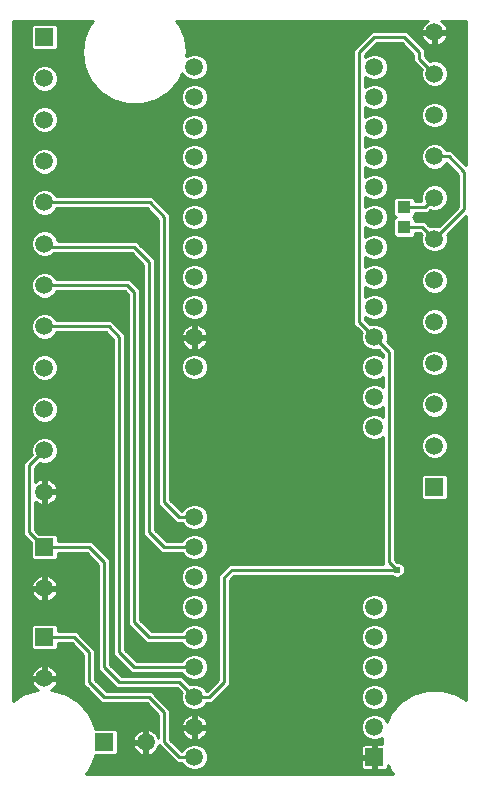
<source format=gbl>
G75*
%MOIN*%
%OFA0B0*%
%FSLAX25Y25*%
%IPPOS*%
%LPD*%
%AMOC8*
5,1,8,0,0,1.08239X$1,22.5*
%
%ADD10C,0.05937*%
%ADD11R,0.05937X0.05937*%
%ADD12R,0.04331X0.03937*%
%ADD13C,0.01000*%
%ADD14C,0.02387*%
D10*
X0019017Y0043384D03*
X0019017Y0073384D03*
X0019017Y0105588D03*
X0019017Y0119368D03*
X0019017Y0133148D03*
X0019017Y0146927D03*
X0019017Y0160707D03*
X0019017Y0174486D03*
X0019017Y0188266D03*
X0019017Y0202045D03*
X0019017Y0215825D03*
X0019017Y0229604D03*
X0019017Y0243384D03*
X0069017Y0247163D03*
X0069017Y0237163D03*
X0069017Y0227163D03*
X0069017Y0217163D03*
X0069017Y0207163D03*
X0069017Y0197163D03*
X0069017Y0187163D03*
X0069017Y0177163D03*
X0069017Y0167163D03*
X0069017Y0157163D03*
X0069017Y0147163D03*
X0069017Y0097163D03*
X0069017Y0087163D03*
X0069017Y0077163D03*
X0069017Y0067163D03*
X0069017Y0057163D03*
X0069017Y0047163D03*
X0069017Y0037163D03*
X0069017Y0027163D03*
X0069017Y0017163D03*
X0052796Y0022163D03*
X0129017Y0027163D03*
X0129017Y0037163D03*
X0129017Y0047163D03*
X0129017Y0057163D03*
X0129017Y0067163D03*
X0149017Y0120943D03*
X0149017Y0134722D03*
X0149017Y0148502D03*
X0149017Y0162281D03*
X0149017Y0176061D03*
X0149017Y0189840D03*
X0149017Y0203620D03*
X0149017Y0217399D03*
X0149017Y0231179D03*
X0149017Y0244959D03*
X0149017Y0258738D03*
X0129017Y0247163D03*
X0129017Y0237163D03*
X0129017Y0227163D03*
X0129017Y0217163D03*
X0129017Y0207163D03*
X0129017Y0197163D03*
X0129017Y0187163D03*
X0129017Y0177163D03*
X0129017Y0167163D03*
X0129017Y0157163D03*
X0129017Y0147163D03*
X0129017Y0137163D03*
X0129017Y0127163D03*
D11*
X0149017Y0107163D03*
X0129017Y0017163D03*
X0039017Y0022163D03*
X0019017Y0057163D03*
X0019017Y0087163D03*
X0019017Y0257163D03*
D12*
X0139017Y0200510D03*
X0139017Y0193817D03*
D13*
X0008517Y0262664D02*
X0008517Y0036006D01*
X0011747Y0038082D01*
X0011747Y0038082D01*
X0016526Y0039485D01*
X0016825Y0039485D01*
X0016675Y0039562D01*
X0016105Y0039975D01*
X0015608Y0040473D01*
X0015195Y0041042D01*
X0014875Y0041668D01*
X0014658Y0042337D01*
X0014569Y0042899D01*
X0018532Y0042899D01*
X0018532Y0043868D01*
X0014569Y0043868D01*
X0014658Y0044430D01*
X0014875Y0045099D01*
X0015195Y0045726D01*
X0015608Y0046295D01*
X0016105Y0046792D01*
X0016675Y0047206D01*
X0017301Y0047525D01*
X0017970Y0047742D01*
X0018532Y0047831D01*
X0018532Y0043868D01*
X0019501Y0043868D01*
X0023464Y0043868D01*
X0023375Y0044430D01*
X0023158Y0045099D01*
X0022838Y0045726D01*
X0022425Y0046295D01*
X0021928Y0046792D01*
X0021359Y0047206D01*
X0020732Y0047525D01*
X0020063Y0047742D01*
X0019501Y0047831D01*
X0019501Y0043868D01*
X0019501Y0042899D01*
X0023464Y0042899D01*
X0023375Y0042337D01*
X0023158Y0041668D01*
X0022838Y0041042D01*
X0022425Y0040473D01*
X0021928Y0039975D01*
X0021359Y0039562D01*
X0021208Y0039485D01*
X0021507Y0039485D01*
X0026286Y0038082D01*
X0026286Y0038082D01*
X0030477Y0035389D01*
X0030477Y0035389D01*
X0033738Y0031624D01*
X0033738Y0031624D01*
X0035808Y0027094D01*
X0035808Y0027094D01*
X0035874Y0026632D01*
X0042606Y0026632D01*
X0043485Y0025753D01*
X0043485Y0018573D01*
X0042606Y0017695D01*
X0035874Y0017695D01*
X0035808Y0017233D01*
X0035808Y0017233D01*
X0033738Y0012702D01*
X0033738Y0012702D01*
X0032838Y0011663D01*
X0135195Y0011663D01*
X0134295Y0012702D01*
X0134295Y0012702D01*
X0133485Y0014475D01*
X0133485Y0013997D01*
X0133383Y0013616D01*
X0133185Y0013274D01*
X0132906Y0012994D01*
X0132564Y0012797D01*
X0132183Y0012695D01*
X0129501Y0012695D01*
X0129501Y0016679D01*
X0128532Y0016679D01*
X0124548Y0016679D01*
X0124548Y0013997D01*
X0124650Y0013616D01*
X0124848Y0013274D01*
X0125127Y0012994D01*
X0125469Y0012797D01*
X0125851Y0012695D01*
X0128532Y0012695D01*
X0128532Y0016679D01*
X0128532Y0017648D01*
X0128532Y0021632D01*
X0125851Y0021632D01*
X0125469Y0021530D01*
X0125127Y0021332D01*
X0124848Y0021053D01*
X0124650Y0020711D01*
X0124548Y0020329D01*
X0124548Y0017648D01*
X0128532Y0017648D01*
X0129501Y0017648D01*
X0129501Y0021632D01*
X0131593Y0021632D01*
X0131517Y0022163D01*
X0131517Y0022163D01*
X0131715Y0023542D01*
X0131548Y0023375D01*
X0129905Y0022695D01*
X0128128Y0022695D01*
X0126485Y0023375D01*
X0125228Y0024632D01*
X0124548Y0026274D01*
X0124548Y0028052D01*
X0125228Y0029694D01*
X0126485Y0030951D01*
X0128128Y0031632D01*
X0129905Y0031632D01*
X0131548Y0030951D01*
X0132805Y0029694D01*
X0133094Y0028996D01*
X0134295Y0031624D01*
X0134295Y0031624D01*
X0137556Y0035389D01*
X0137556Y0035389D01*
X0137556Y0035389D01*
X0141747Y0038082D01*
X0146526Y0039485D01*
X0151507Y0039485D01*
X0156286Y0038082D01*
X0159438Y0036056D01*
X0159438Y0197433D01*
X0153265Y0191260D01*
X0153485Y0190729D01*
X0153485Y0188952D01*
X0152805Y0187309D01*
X0151548Y0186052D01*
X0149905Y0185372D01*
X0148128Y0185372D01*
X0146485Y0186052D01*
X0145228Y0187309D01*
X0144548Y0188952D01*
X0144548Y0190729D01*
X0144768Y0191260D01*
X0144212Y0191817D01*
X0142682Y0191817D01*
X0142682Y0191227D01*
X0141803Y0190348D01*
X0136230Y0190348D01*
X0135351Y0191227D01*
X0135351Y0196407D01*
X0136108Y0197163D01*
X0135351Y0197920D01*
X0135351Y0203100D01*
X0136230Y0203978D01*
X0141803Y0203978D01*
X0142682Y0203100D01*
X0142682Y0202510D01*
X0144640Y0202510D01*
X0144548Y0202731D01*
X0144548Y0204509D01*
X0145228Y0206151D01*
X0146485Y0207408D01*
X0148128Y0208088D01*
X0149905Y0208088D01*
X0151548Y0207408D01*
X0152805Y0206151D01*
X0153485Y0204509D01*
X0153485Y0202731D01*
X0152805Y0201089D01*
X0151548Y0199832D01*
X0149905Y0199151D01*
X0148128Y0199151D01*
X0147596Y0199371D01*
X0146735Y0198510D01*
X0142682Y0198510D01*
X0142682Y0197920D01*
X0141925Y0197163D01*
X0142682Y0196407D01*
X0142682Y0195817D01*
X0145869Y0195817D01*
X0147040Y0194645D01*
X0147596Y0194089D01*
X0148128Y0194309D01*
X0149905Y0194309D01*
X0150437Y0194089D01*
X0157017Y0200669D01*
X0157017Y0211335D01*
X0153003Y0215348D01*
X0152805Y0214868D01*
X0151548Y0213611D01*
X0149905Y0212931D01*
X0148128Y0212931D01*
X0146485Y0213611D01*
X0145228Y0214868D01*
X0144548Y0216511D01*
X0144548Y0218288D01*
X0145228Y0219931D01*
X0146485Y0221188D01*
X0148128Y0221868D01*
X0149905Y0221868D01*
X0151548Y0221188D01*
X0152805Y0219931D01*
X0153025Y0219399D01*
X0154609Y0219399D01*
X0159438Y0214570D01*
X0159438Y0262664D01*
X0151154Y0262664D01*
X0151359Y0262560D01*
X0151928Y0262146D01*
X0152425Y0261649D01*
X0152838Y0261080D01*
X0153158Y0260453D01*
X0153375Y0259784D01*
X0153464Y0259222D01*
X0149501Y0259222D01*
X0149501Y0258254D01*
X0153464Y0258254D01*
X0153375Y0257692D01*
X0153158Y0257023D01*
X0152838Y0256396D01*
X0152425Y0255827D01*
X0151928Y0255330D01*
X0151359Y0254916D01*
X0150732Y0254597D01*
X0150063Y0254380D01*
X0149501Y0254291D01*
X0149501Y0258254D01*
X0148532Y0258254D01*
X0144569Y0258254D01*
X0144658Y0257692D01*
X0144875Y0257023D01*
X0145195Y0256396D01*
X0145608Y0255827D01*
X0146105Y0255330D01*
X0146675Y0254916D01*
X0147301Y0254597D01*
X0147970Y0254380D01*
X0148532Y0254291D01*
X0148532Y0258254D01*
X0148532Y0259222D01*
X0144569Y0259222D01*
X0144658Y0259784D01*
X0144875Y0260453D01*
X0145195Y0261080D01*
X0145608Y0261649D01*
X0146105Y0262146D01*
X0146675Y0262560D01*
X0146879Y0262664D01*
X0062838Y0262664D01*
X0063738Y0261624D01*
X0063738Y0261624D01*
X0065808Y0257094D01*
X0065808Y0257094D01*
X0066517Y0252163D01*
X0066318Y0250784D01*
X0066485Y0250951D01*
X0068128Y0251632D01*
X0069905Y0251632D01*
X0071548Y0250951D01*
X0072805Y0249694D01*
X0073485Y0248052D01*
X0073485Y0246274D01*
X0072805Y0244632D01*
X0071548Y0243375D01*
X0069905Y0242695D01*
X0068128Y0242695D01*
X0066485Y0243375D01*
X0065228Y0244632D01*
X0064939Y0245331D01*
X0063738Y0242702D01*
X0063738Y0242702D01*
X0060477Y0238938D01*
X0060477Y0238938D01*
X0060477Y0238938D01*
X0056286Y0236245D01*
X0056286Y0236245D01*
X0051507Y0234841D01*
X0046526Y0234841D01*
X0041747Y0236245D01*
X0041747Y0236245D01*
X0037556Y0238938D01*
X0037556Y0238938D01*
X0034295Y0242702D01*
X0034295Y0242702D01*
X0032225Y0247233D01*
X0032225Y0247233D01*
X0031517Y0252163D01*
X0031517Y0252163D01*
X0032225Y0257094D01*
X0032225Y0257094D01*
X0034295Y0261624D01*
X0034295Y0261624D01*
X0035195Y0262664D01*
X0008517Y0262664D01*
X0008517Y0261784D02*
X0034433Y0261784D01*
X0033911Y0260785D02*
X0023453Y0260785D01*
X0023485Y0260753D02*
X0022606Y0261632D01*
X0015427Y0261632D01*
X0014548Y0260753D01*
X0014548Y0253573D01*
X0015427Y0252695D01*
X0022606Y0252695D01*
X0023485Y0253573D01*
X0023485Y0260753D01*
X0023485Y0259787D02*
X0033455Y0259787D01*
X0032999Y0258788D02*
X0023485Y0258788D01*
X0023485Y0257790D02*
X0032543Y0257790D01*
X0032182Y0256791D02*
X0023485Y0256791D01*
X0023485Y0255793D02*
X0032038Y0255793D01*
X0031895Y0254794D02*
X0023485Y0254794D01*
X0023485Y0253796D02*
X0031751Y0253796D01*
X0031608Y0252797D02*
X0022709Y0252797D01*
X0020021Y0247804D02*
X0032143Y0247804D01*
X0032000Y0248803D02*
X0008517Y0248803D01*
X0008517Y0249802D02*
X0031856Y0249802D01*
X0031713Y0250800D02*
X0008517Y0250800D01*
X0008517Y0251799D02*
X0031569Y0251799D01*
X0032420Y0246806D02*
X0021914Y0246806D01*
X0021548Y0247172D02*
X0019905Y0247852D01*
X0018128Y0247852D01*
X0016485Y0247172D01*
X0015228Y0245915D01*
X0014548Y0244273D01*
X0014548Y0242495D01*
X0015228Y0240853D01*
X0016485Y0239596D01*
X0018128Y0238915D01*
X0019905Y0238915D01*
X0021548Y0239596D01*
X0022805Y0240853D01*
X0023485Y0242495D01*
X0023485Y0244273D01*
X0022805Y0245915D01*
X0021548Y0247172D01*
X0022849Y0245807D02*
X0032876Y0245807D01*
X0033332Y0244809D02*
X0023263Y0244809D01*
X0023485Y0243810D02*
X0033788Y0243810D01*
X0034244Y0242812D02*
X0023485Y0242812D01*
X0023203Y0241813D02*
X0035065Y0241813D01*
X0035930Y0240815D02*
X0022767Y0240815D01*
X0021769Y0239816D02*
X0036795Y0239816D01*
X0037743Y0238818D02*
X0008517Y0238818D01*
X0008517Y0239816D02*
X0016264Y0239816D01*
X0015266Y0240815D02*
X0008517Y0240815D01*
X0008517Y0241813D02*
X0014830Y0241813D01*
X0014548Y0242812D02*
X0008517Y0242812D01*
X0008517Y0243810D02*
X0014548Y0243810D01*
X0014770Y0244809D02*
X0008517Y0244809D01*
X0008517Y0245807D02*
X0015184Y0245807D01*
X0016119Y0246806D02*
X0008517Y0246806D01*
X0008517Y0247804D02*
X0018012Y0247804D01*
X0015324Y0252797D02*
X0008517Y0252797D01*
X0008517Y0253796D02*
X0014548Y0253796D01*
X0014548Y0254794D02*
X0008517Y0254794D01*
X0008517Y0255793D02*
X0014548Y0255793D01*
X0014548Y0256791D02*
X0008517Y0256791D01*
X0008517Y0257790D02*
X0014548Y0257790D01*
X0014548Y0258788D02*
X0008517Y0258788D01*
X0008517Y0259787D02*
X0014548Y0259787D01*
X0014580Y0260785D02*
X0008517Y0260785D01*
X0008517Y0237819D02*
X0039297Y0237819D01*
X0040850Y0236821D02*
X0008517Y0236821D01*
X0008517Y0235822D02*
X0043185Y0235822D01*
X0054848Y0235822D02*
X0064735Y0235822D01*
X0064548Y0236274D02*
X0065228Y0234632D01*
X0066485Y0233375D01*
X0068128Y0232695D01*
X0069905Y0232695D01*
X0071548Y0233375D01*
X0072805Y0234632D01*
X0073485Y0236274D01*
X0073485Y0238052D01*
X0072805Y0239694D01*
X0071548Y0240951D01*
X0069905Y0241632D01*
X0068128Y0241632D01*
X0066485Y0240951D01*
X0065228Y0239694D01*
X0064548Y0238052D01*
X0064548Y0236274D01*
X0064548Y0236821D02*
X0057183Y0236821D01*
X0058737Y0237819D02*
X0064548Y0237819D01*
X0064865Y0238818D02*
X0060290Y0238818D01*
X0061238Y0239816D02*
X0065350Y0239816D01*
X0066349Y0240815D02*
X0062103Y0240815D01*
X0062968Y0241813D02*
X0122017Y0241813D01*
X0122017Y0240815D02*
X0071684Y0240815D01*
X0072683Y0239816D02*
X0122017Y0239816D01*
X0122017Y0238818D02*
X0073168Y0238818D01*
X0073485Y0237819D02*
X0122017Y0237819D01*
X0122017Y0236821D02*
X0073485Y0236821D01*
X0073298Y0235822D02*
X0122017Y0235822D01*
X0122017Y0234824D02*
X0072884Y0234824D01*
X0071998Y0233825D02*
X0122017Y0233825D01*
X0122017Y0232827D02*
X0070224Y0232827D01*
X0069905Y0231632D02*
X0068128Y0231632D01*
X0066485Y0230951D01*
X0065228Y0229694D01*
X0064548Y0228052D01*
X0064548Y0226274D01*
X0065228Y0224632D01*
X0066485Y0223375D01*
X0068128Y0222695D01*
X0069905Y0222695D01*
X0071548Y0223375D01*
X0072805Y0224632D01*
X0073485Y0226274D01*
X0073485Y0228052D01*
X0072805Y0229694D01*
X0071548Y0230951D01*
X0069905Y0231632D01*
X0071669Y0230830D02*
X0122017Y0230830D01*
X0122017Y0231828D02*
X0022932Y0231828D01*
X0022805Y0232135D02*
X0021548Y0233392D01*
X0019905Y0234073D01*
X0018128Y0234073D01*
X0016485Y0233392D01*
X0015228Y0232135D01*
X0014548Y0230493D01*
X0014548Y0228715D01*
X0015228Y0227073D01*
X0016485Y0225816D01*
X0018128Y0225136D01*
X0019905Y0225136D01*
X0021548Y0225816D01*
X0022805Y0227073D01*
X0023485Y0228715D01*
X0023485Y0230493D01*
X0022805Y0232135D01*
X0022113Y0232827D02*
X0067809Y0232827D01*
X0066035Y0233825D02*
X0020503Y0233825D01*
X0017530Y0233825D02*
X0008517Y0233825D01*
X0008517Y0232827D02*
X0015920Y0232827D01*
X0015101Y0231828D02*
X0008517Y0231828D01*
X0008517Y0230830D02*
X0014688Y0230830D01*
X0014548Y0229831D02*
X0008517Y0229831D01*
X0008517Y0228833D02*
X0014548Y0228833D01*
X0014913Y0227834D02*
X0008517Y0227834D01*
X0008517Y0226836D02*
X0015466Y0226836D01*
X0016464Y0225837D02*
X0008517Y0225837D01*
X0008517Y0224839D02*
X0065143Y0224839D01*
X0064729Y0225837D02*
X0021569Y0225837D01*
X0022567Y0226836D02*
X0064548Y0226836D01*
X0064548Y0227834D02*
X0023120Y0227834D01*
X0023485Y0228833D02*
X0064871Y0228833D01*
X0065365Y0229831D02*
X0023485Y0229831D01*
X0023346Y0230830D02*
X0066364Y0230830D01*
X0065149Y0234824D02*
X0008517Y0234824D01*
X0008517Y0223840D02*
X0066020Y0223840D01*
X0067773Y0222842D02*
X0008517Y0222842D01*
X0008517Y0221843D02*
X0122017Y0221843D01*
X0122017Y0220845D02*
X0071655Y0220845D01*
X0071548Y0220951D02*
X0069905Y0221632D01*
X0068128Y0221632D01*
X0066485Y0220951D01*
X0065228Y0219694D01*
X0064548Y0218052D01*
X0064548Y0216274D01*
X0065228Y0214632D01*
X0066485Y0213375D01*
X0068128Y0212695D01*
X0069905Y0212695D01*
X0071548Y0213375D01*
X0072805Y0214632D01*
X0073485Y0216274D01*
X0073485Y0218052D01*
X0072805Y0219694D01*
X0071548Y0220951D01*
X0072653Y0219846D02*
X0122017Y0219846D01*
X0122017Y0218848D02*
X0073155Y0218848D01*
X0073485Y0217849D02*
X0122017Y0217849D01*
X0122017Y0216851D02*
X0073485Y0216851D01*
X0073310Y0215852D02*
X0122017Y0215852D01*
X0122017Y0214854D02*
X0072897Y0214854D01*
X0072028Y0213855D02*
X0122017Y0213855D01*
X0122017Y0212857D02*
X0070296Y0212857D01*
X0069905Y0211632D02*
X0068128Y0211632D01*
X0066485Y0210951D01*
X0065228Y0209694D01*
X0064548Y0208052D01*
X0064548Y0206274D01*
X0065228Y0204632D01*
X0066485Y0203375D01*
X0068128Y0202695D01*
X0069905Y0202695D01*
X0071548Y0203375D01*
X0072805Y0204632D01*
X0073485Y0206274D01*
X0073485Y0208052D01*
X0072805Y0209694D01*
X0071548Y0210951D01*
X0069905Y0211632D01*
X0071640Y0210860D02*
X0122017Y0210860D01*
X0122017Y0211858D02*
X0021117Y0211858D01*
X0021548Y0212036D02*
X0022805Y0213293D01*
X0023485Y0214936D01*
X0023485Y0216714D01*
X0022805Y0218356D01*
X0021548Y0219613D01*
X0019905Y0220293D01*
X0018128Y0220293D01*
X0016485Y0219613D01*
X0015228Y0218356D01*
X0014548Y0216714D01*
X0014548Y0214936D01*
X0015228Y0213293D01*
X0016485Y0212036D01*
X0018128Y0211356D01*
X0019905Y0211356D01*
X0021548Y0212036D01*
X0022368Y0212857D02*
X0067737Y0212857D01*
X0066005Y0213855D02*
X0023037Y0213855D01*
X0023451Y0214854D02*
X0065137Y0214854D01*
X0064723Y0215852D02*
X0023485Y0215852D01*
X0023428Y0216851D02*
X0064548Y0216851D01*
X0064548Y0217849D02*
X0023015Y0217849D01*
X0022313Y0218848D02*
X0064878Y0218848D01*
X0065380Y0219846D02*
X0020985Y0219846D01*
X0017049Y0219846D02*
X0008517Y0219846D01*
X0008517Y0218848D02*
X0015720Y0218848D01*
X0015018Y0217849D02*
X0008517Y0217849D01*
X0008517Y0216851D02*
X0014605Y0216851D01*
X0014548Y0215852D02*
X0008517Y0215852D01*
X0008517Y0214854D02*
X0014582Y0214854D01*
X0014996Y0213855D02*
X0008517Y0213855D01*
X0008517Y0212857D02*
X0015665Y0212857D01*
X0016916Y0211858D02*
X0008517Y0211858D01*
X0008517Y0210860D02*
X0066393Y0210860D01*
X0065395Y0209861D02*
X0008517Y0209861D01*
X0008517Y0208863D02*
X0064884Y0208863D01*
X0064548Y0207864D02*
X0008517Y0207864D01*
X0008517Y0206866D02*
X0064548Y0206866D01*
X0064717Y0205867D02*
X0021466Y0205867D01*
X0021548Y0205833D02*
X0019905Y0206514D01*
X0018128Y0206514D01*
X0016485Y0205833D01*
X0015228Y0204576D01*
X0014548Y0202934D01*
X0014548Y0201156D01*
X0015228Y0199514D01*
X0016485Y0198257D01*
X0018128Y0197577D01*
X0019905Y0197577D01*
X0021548Y0198257D01*
X0022805Y0199514D01*
X0023025Y0200045D01*
X0053306Y0200045D01*
X0057017Y0196335D01*
X0057017Y0101335D01*
X0062017Y0096335D01*
X0063188Y0095163D01*
X0065008Y0095163D01*
X0065228Y0094632D01*
X0066485Y0093375D01*
X0068128Y0092695D01*
X0069905Y0092695D01*
X0071548Y0093375D01*
X0072805Y0094632D01*
X0073485Y0096274D01*
X0073485Y0098052D01*
X0072805Y0099694D01*
X0071548Y0100951D01*
X0069905Y0101632D01*
X0068128Y0101632D01*
X0066485Y0100951D01*
X0065228Y0099694D01*
X0065008Y0099163D01*
X0064845Y0099163D01*
X0061017Y0102992D01*
X0061017Y0197992D01*
X0059845Y0199163D01*
X0054963Y0204045D01*
X0023025Y0204045D01*
X0022805Y0204576D01*
X0021548Y0205833D01*
X0022513Y0204868D02*
X0065130Y0204868D01*
X0065990Y0203870D02*
X0055138Y0203870D01*
X0056137Y0202871D02*
X0067701Y0202871D01*
X0068128Y0201632D02*
X0066485Y0200951D01*
X0065228Y0199694D01*
X0064548Y0198052D01*
X0064548Y0196274D01*
X0065228Y0194632D01*
X0066485Y0193375D01*
X0068128Y0192695D01*
X0069905Y0192695D01*
X0071548Y0193375D01*
X0072805Y0194632D01*
X0073485Y0196274D01*
X0073485Y0198052D01*
X0072805Y0199694D01*
X0071548Y0200951D01*
X0069905Y0201632D01*
X0068128Y0201632D01*
X0066408Y0200874D02*
X0058134Y0200874D01*
X0059132Y0199876D02*
X0065410Y0199876D01*
X0064890Y0198877D02*
X0060131Y0198877D01*
X0061017Y0197879D02*
X0064548Y0197879D01*
X0064548Y0196880D02*
X0061017Y0196880D01*
X0061017Y0195882D02*
X0064711Y0195882D01*
X0065124Y0194883D02*
X0061017Y0194883D01*
X0061017Y0193885D02*
X0065975Y0193885D01*
X0067665Y0192886D02*
X0061017Y0192886D01*
X0061017Y0191888D02*
X0122017Y0191888D01*
X0122017Y0192886D02*
X0070368Y0192886D01*
X0069905Y0191632D02*
X0068128Y0191632D01*
X0066485Y0190951D01*
X0065228Y0189694D01*
X0064548Y0188052D01*
X0064548Y0186274D01*
X0065228Y0184632D01*
X0066485Y0183375D01*
X0068128Y0182695D01*
X0069905Y0182695D01*
X0071548Y0183375D01*
X0072805Y0184632D01*
X0073485Y0186274D01*
X0073485Y0188052D01*
X0072805Y0189694D01*
X0071548Y0190951D01*
X0069905Y0191632D01*
X0071610Y0190889D02*
X0122017Y0190889D01*
X0122017Y0189891D02*
X0072608Y0189891D01*
X0073137Y0188892D02*
X0122017Y0188892D01*
X0122017Y0187894D02*
X0073485Y0187894D01*
X0073485Y0186895D02*
X0122017Y0186895D01*
X0122017Y0185897D02*
X0073329Y0185897D01*
X0072915Y0184898D02*
X0122017Y0184898D01*
X0122017Y0183900D02*
X0072072Y0183900D01*
X0070404Y0182901D02*
X0122017Y0182901D01*
X0122017Y0181903D02*
X0061017Y0181903D01*
X0061017Y0182901D02*
X0067629Y0182901D01*
X0068128Y0181632D02*
X0066485Y0180951D01*
X0065228Y0179694D01*
X0064548Y0178052D01*
X0064548Y0176274D01*
X0065228Y0174632D01*
X0066485Y0173375D01*
X0068128Y0172695D01*
X0069905Y0172695D01*
X0071548Y0173375D01*
X0072805Y0174632D01*
X0073485Y0176274D01*
X0073485Y0178052D01*
X0072805Y0179694D01*
X0071548Y0180951D01*
X0069905Y0181632D01*
X0068128Y0181632D01*
X0066438Y0180904D02*
X0061017Y0180904D01*
X0061017Y0179906D02*
X0065440Y0179906D01*
X0064902Y0178907D02*
X0061017Y0178907D01*
X0061017Y0177909D02*
X0064548Y0177909D01*
X0064548Y0176910D02*
X0061017Y0176910D01*
X0061017Y0175912D02*
X0064698Y0175912D01*
X0065112Y0174913D02*
X0061017Y0174913D01*
X0061017Y0173915D02*
X0065946Y0173915D01*
X0067593Y0172916D02*
X0061017Y0172916D01*
X0061017Y0171918D02*
X0122017Y0171918D01*
X0122017Y0172916D02*
X0070440Y0172916D01*
X0069905Y0171632D02*
X0068128Y0171632D01*
X0066485Y0170951D01*
X0065228Y0169694D01*
X0064548Y0168052D01*
X0064548Y0166274D01*
X0065228Y0164632D01*
X0066485Y0163375D01*
X0068128Y0162695D01*
X0069905Y0162695D01*
X0071548Y0163375D01*
X0072805Y0164632D01*
X0073485Y0166274D01*
X0073485Y0168052D01*
X0072805Y0169694D01*
X0071548Y0170951D01*
X0069905Y0171632D01*
X0071580Y0170919D02*
X0122017Y0170919D01*
X0122017Y0169921D02*
X0072579Y0169921D01*
X0073125Y0168922D02*
X0122017Y0168922D01*
X0122017Y0167924D02*
X0073485Y0167924D01*
X0073485Y0166925D02*
X0122017Y0166925D01*
X0122017Y0165927D02*
X0073341Y0165927D01*
X0072927Y0164928D02*
X0122017Y0164928D01*
X0122017Y0163930D02*
X0072102Y0163930D01*
X0070476Y0162931D02*
X0122017Y0162931D01*
X0122017Y0161933D02*
X0061017Y0161933D01*
X0061017Y0162931D02*
X0067557Y0162931D01*
X0067970Y0161522D02*
X0067301Y0161304D01*
X0066675Y0160985D01*
X0066105Y0160572D01*
X0065608Y0160074D01*
X0065195Y0159505D01*
X0064875Y0158879D01*
X0064658Y0158210D01*
X0064569Y0157648D01*
X0068532Y0157648D01*
X0068532Y0161611D01*
X0067970Y0161522D01*
X0068532Y0160934D02*
X0069501Y0160934D01*
X0069501Y0161611D02*
X0069501Y0157648D01*
X0068532Y0157648D01*
X0068532Y0156679D01*
X0064569Y0156679D01*
X0064658Y0156117D01*
X0064875Y0155448D01*
X0065195Y0154821D01*
X0065608Y0154252D01*
X0066105Y0153755D01*
X0066675Y0153341D01*
X0067301Y0153022D01*
X0067970Y0152805D01*
X0068532Y0152716D01*
X0068532Y0156679D01*
X0069501Y0156679D01*
X0069501Y0157648D01*
X0073464Y0157648D01*
X0073375Y0158210D01*
X0073158Y0158879D01*
X0072838Y0159505D01*
X0072425Y0160074D01*
X0071928Y0160572D01*
X0071359Y0160985D01*
X0070732Y0161304D01*
X0070063Y0161522D01*
X0069501Y0161611D01*
X0069501Y0159935D02*
X0068532Y0159935D01*
X0068532Y0158937D02*
X0069501Y0158937D01*
X0069501Y0157938D02*
X0068532Y0157938D01*
X0068532Y0156940D02*
X0061017Y0156940D01*
X0061017Y0157938D02*
X0064615Y0157938D01*
X0064905Y0158937D02*
X0061017Y0158937D01*
X0061017Y0159935D02*
X0065507Y0159935D01*
X0066604Y0160934D02*
X0061017Y0160934D01*
X0061017Y0163930D02*
X0065931Y0163930D01*
X0065106Y0164928D02*
X0061017Y0164928D01*
X0061017Y0165927D02*
X0064692Y0165927D01*
X0064548Y0166925D02*
X0061017Y0166925D01*
X0061017Y0167924D02*
X0064548Y0167924D01*
X0064908Y0168922D02*
X0061017Y0168922D01*
X0061017Y0169921D02*
X0065454Y0169921D01*
X0066453Y0170919D02*
X0061017Y0170919D01*
X0057017Y0170919D02*
X0056017Y0170919D01*
X0056017Y0169921D02*
X0057017Y0169921D01*
X0057017Y0168922D02*
X0056017Y0168922D01*
X0056017Y0167924D02*
X0057017Y0167924D01*
X0057017Y0166925D02*
X0056017Y0166925D01*
X0056017Y0165927D02*
X0057017Y0165927D01*
X0057017Y0164928D02*
X0056017Y0164928D01*
X0056017Y0163930D02*
X0057017Y0163930D01*
X0057017Y0162931D02*
X0056017Y0162931D01*
X0056017Y0161933D02*
X0057017Y0161933D01*
X0057017Y0160934D02*
X0056017Y0160934D01*
X0056017Y0159935D02*
X0057017Y0159935D01*
X0057017Y0158937D02*
X0056017Y0158937D01*
X0056017Y0157938D02*
X0057017Y0157938D01*
X0057017Y0156940D02*
X0056017Y0156940D01*
X0056017Y0155941D02*
X0057017Y0155941D01*
X0057017Y0154943D02*
X0056017Y0154943D01*
X0056017Y0153944D02*
X0057017Y0153944D01*
X0057017Y0152946D02*
X0056017Y0152946D01*
X0056017Y0151947D02*
X0057017Y0151947D01*
X0057017Y0150949D02*
X0056017Y0150949D01*
X0056017Y0149950D02*
X0057017Y0149950D01*
X0057017Y0148952D02*
X0056017Y0148952D01*
X0056017Y0147953D02*
X0057017Y0147953D01*
X0057017Y0146955D02*
X0056017Y0146955D01*
X0056017Y0145956D02*
X0057017Y0145956D01*
X0057017Y0144958D02*
X0056017Y0144958D01*
X0056017Y0143959D02*
X0057017Y0143959D01*
X0057017Y0142961D02*
X0056017Y0142961D01*
X0056017Y0141962D02*
X0057017Y0141962D01*
X0057017Y0140964D02*
X0056017Y0140964D01*
X0056017Y0139965D02*
X0057017Y0139965D01*
X0057017Y0138967D02*
X0056017Y0138967D01*
X0056017Y0137968D02*
X0057017Y0137968D01*
X0057017Y0136970D02*
X0056017Y0136970D01*
X0056017Y0135971D02*
X0057017Y0135971D01*
X0057017Y0134973D02*
X0056017Y0134973D01*
X0056017Y0133974D02*
X0057017Y0133974D01*
X0057017Y0132976D02*
X0056017Y0132976D01*
X0056017Y0131977D02*
X0057017Y0131977D01*
X0057017Y0130979D02*
X0056017Y0130979D01*
X0056017Y0129980D02*
X0057017Y0129980D01*
X0057017Y0128982D02*
X0056017Y0128982D01*
X0056017Y0127983D02*
X0057017Y0127983D01*
X0057017Y0126985D02*
X0056017Y0126985D01*
X0056017Y0125986D02*
X0057017Y0125986D01*
X0057017Y0124988D02*
X0056017Y0124988D01*
X0056017Y0123989D02*
X0057017Y0123989D01*
X0057017Y0122991D02*
X0056017Y0122991D01*
X0056017Y0121992D02*
X0057017Y0121992D01*
X0057017Y0120994D02*
X0056017Y0120994D01*
X0056017Y0119995D02*
X0057017Y0119995D01*
X0057017Y0118997D02*
X0056017Y0118997D01*
X0056017Y0117998D02*
X0057017Y0117998D01*
X0057017Y0116999D02*
X0056017Y0116999D01*
X0056017Y0116001D02*
X0057017Y0116001D01*
X0057017Y0115002D02*
X0056017Y0115002D01*
X0056017Y0114004D02*
X0057017Y0114004D01*
X0057017Y0113005D02*
X0056017Y0113005D01*
X0056017Y0112007D02*
X0057017Y0112007D01*
X0057017Y0111008D02*
X0056017Y0111008D01*
X0056017Y0110010D02*
X0057017Y0110010D01*
X0057017Y0109011D02*
X0056017Y0109011D01*
X0056017Y0108013D02*
X0057017Y0108013D01*
X0057017Y0107014D02*
X0056017Y0107014D01*
X0056017Y0106016D02*
X0057017Y0106016D01*
X0057017Y0105017D02*
X0056017Y0105017D01*
X0056017Y0104019D02*
X0057017Y0104019D01*
X0057017Y0103020D02*
X0056017Y0103020D01*
X0056017Y0102022D02*
X0057017Y0102022D01*
X0057328Y0101023D02*
X0056017Y0101023D01*
X0056017Y0100025D02*
X0058327Y0100025D01*
X0059325Y0099026D02*
X0056017Y0099026D01*
X0056017Y0098028D02*
X0060324Y0098028D01*
X0061322Y0097029D02*
X0056017Y0097029D01*
X0056017Y0096031D02*
X0062321Y0096031D01*
X0064017Y0097163D02*
X0069017Y0097163D01*
X0066659Y0101023D02*
X0062985Y0101023D01*
X0063983Y0100025D02*
X0065559Y0100025D01*
X0064017Y0097163D02*
X0059017Y0102163D01*
X0059017Y0197163D01*
X0054135Y0202045D01*
X0019017Y0202045D01*
X0016567Y0205867D02*
X0008517Y0205867D01*
X0008517Y0204868D02*
X0015520Y0204868D01*
X0014936Y0203870D02*
X0008517Y0203870D01*
X0008517Y0202871D02*
X0014548Y0202871D01*
X0014548Y0201873D02*
X0008517Y0201873D01*
X0008517Y0200874D02*
X0014665Y0200874D01*
X0015078Y0199876D02*
X0008517Y0199876D01*
X0008517Y0198877D02*
X0015865Y0198877D01*
X0017398Y0197879D02*
X0008517Y0197879D01*
X0008517Y0196880D02*
X0056471Y0196880D01*
X0057017Y0195882D02*
X0008517Y0195882D01*
X0008517Y0194883D02*
X0057017Y0194883D01*
X0057017Y0193885D02*
X0008517Y0193885D01*
X0008517Y0192886D02*
X0057017Y0192886D01*
X0057017Y0191888D02*
X0021714Y0191888D01*
X0021548Y0192054D02*
X0019905Y0192734D01*
X0018128Y0192734D01*
X0016485Y0192054D01*
X0015228Y0190797D01*
X0014548Y0189154D01*
X0014548Y0187377D01*
X0015228Y0185734D01*
X0016485Y0184477D01*
X0018128Y0183797D01*
X0019905Y0183797D01*
X0021548Y0184477D01*
X0022234Y0185163D01*
X0048188Y0185163D01*
X0052017Y0181335D01*
X0052017Y0091335D01*
X0057017Y0086335D01*
X0058188Y0085163D01*
X0065008Y0085163D01*
X0065228Y0084632D01*
X0066485Y0083375D01*
X0068128Y0082695D01*
X0069905Y0082695D01*
X0071548Y0083375D01*
X0072805Y0084632D01*
X0073485Y0086274D01*
X0073485Y0088052D01*
X0072805Y0089694D01*
X0071548Y0090951D01*
X0069905Y0091632D01*
X0068128Y0091632D01*
X0066485Y0090951D01*
X0065228Y0089694D01*
X0065008Y0089163D01*
X0059845Y0089163D01*
X0056017Y0092992D01*
X0056017Y0182992D01*
X0054845Y0184163D01*
X0051017Y0187992D01*
X0049845Y0189163D01*
X0023481Y0189163D01*
X0022805Y0190797D01*
X0021548Y0192054D01*
X0022712Y0190889D02*
X0057017Y0190889D01*
X0057017Y0189891D02*
X0023180Y0189891D01*
X0020119Y0187163D02*
X0049017Y0187163D01*
X0054017Y0182163D01*
X0054017Y0092163D01*
X0059017Y0087163D01*
X0069017Y0087163D01*
X0066695Y0091038D02*
X0057970Y0091038D01*
X0058969Y0090040D02*
X0065574Y0090040D01*
X0067306Y0093035D02*
X0056017Y0093035D01*
X0056017Y0094034D02*
X0065827Y0094034D01*
X0065063Y0095032D02*
X0056017Y0095032D01*
X0056971Y0092037D02*
X0132017Y0092037D01*
X0132017Y0093035D02*
X0070727Y0093035D01*
X0072206Y0094034D02*
X0132017Y0094034D01*
X0132017Y0095032D02*
X0072971Y0095032D01*
X0073384Y0096031D02*
X0132017Y0096031D01*
X0132017Y0097029D02*
X0073485Y0097029D01*
X0073485Y0098028D02*
X0132017Y0098028D01*
X0132017Y0099026D02*
X0073082Y0099026D01*
X0072474Y0100025D02*
X0132017Y0100025D01*
X0132017Y0101023D02*
X0071374Y0101023D01*
X0071338Y0091038D02*
X0132017Y0091038D01*
X0132017Y0090040D02*
X0072459Y0090040D01*
X0073075Y0089041D02*
X0132017Y0089041D01*
X0132017Y0088043D02*
X0073485Y0088043D01*
X0073485Y0087044D02*
X0132017Y0087044D01*
X0132017Y0086046D02*
X0073390Y0086046D01*
X0072977Y0085047D02*
X0132017Y0085047D01*
X0132017Y0084049D02*
X0072221Y0084049D01*
X0070763Y0083050D02*
X0132017Y0083050D01*
X0132017Y0082052D02*
X0051017Y0082052D01*
X0051017Y0083050D02*
X0067270Y0083050D01*
X0068128Y0081632D02*
X0066485Y0080951D01*
X0065228Y0079694D01*
X0064548Y0078052D01*
X0064548Y0076274D01*
X0065228Y0074632D01*
X0066485Y0073375D01*
X0068128Y0072695D01*
X0069905Y0072695D01*
X0071548Y0073375D01*
X0072805Y0074632D01*
X0073485Y0076274D01*
X0073485Y0078052D01*
X0072805Y0079694D01*
X0071548Y0080951D01*
X0069905Y0081632D01*
X0068128Y0081632D01*
X0066731Y0081053D02*
X0051017Y0081053D01*
X0051017Y0080055D02*
X0065588Y0080055D01*
X0064964Y0079056D02*
X0051017Y0079056D01*
X0051017Y0078058D02*
X0064550Y0078058D01*
X0064548Y0077059D02*
X0051017Y0077059D01*
X0051017Y0076061D02*
X0064637Y0076061D01*
X0065050Y0075062D02*
X0051017Y0075062D01*
X0051017Y0074064D02*
X0065797Y0074064D01*
X0067234Y0073065D02*
X0051017Y0073065D01*
X0051017Y0072066D02*
X0077017Y0072066D01*
X0077017Y0071068D02*
X0071266Y0071068D01*
X0071548Y0070951D02*
X0069905Y0071632D01*
X0068128Y0071632D01*
X0066485Y0070951D01*
X0065228Y0069694D01*
X0064548Y0068052D01*
X0064548Y0066274D01*
X0065228Y0064632D01*
X0066485Y0063375D01*
X0068128Y0062695D01*
X0069905Y0062695D01*
X0071548Y0063375D01*
X0072805Y0064632D01*
X0073485Y0066274D01*
X0073485Y0068052D01*
X0072805Y0069694D01*
X0071548Y0070951D01*
X0072430Y0070069D02*
X0077017Y0070069D01*
X0077017Y0069071D02*
X0073063Y0069071D01*
X0073477Y0068072D02*
X0077017Y0068072D01*
X0077017Y0067074D02*
X0073485Y0067074D01*
X0073403Y0066075D02*
X0077017Y0066075D01*
X0077017Y0065077D02*
X0072989Y0065077D01*
X0072251Y0064078D02*
X0077017Y0064078D01*
X0077017Y0063080D02*
X0070835Y0063080D01*
X0069905Y0061632D02*
X0068128Y0061632D01*
X0066485Y0060951D01*
X0065228Y0059694D01*
X0065008Y0059163D01*
X0054845Y0059163D01*
X0051017Y0062992D01*
X0051017Y0172992D01*
X0049845Y0174163D01*
X0047522Y0176486D01*
X0023025Y0176486D01*
X0022805Y0177017D01*
X0021548Y0178274D01*
X0019905Y0178955D01*
X0018128Y0178955D01*
X0016485Y0178274D01*
X0015228Y0177017D01*
X0014548Y0175375D01*
X0014548Y0173597D01*
X0015228Y0171955D01*
X0016485Y0170698D01*
X0018128Y0170018D01*
X0019905Y0170018D01*
X0021548Y0170698D01*
X0022805Y0171955D01*
X0023025Y0172486D01*
X0045865Y0172486D01*
X0047017Y0171335D01*
X0047017Y0061335D01*
X0052017Y0056335D01*
X0053188Y0055163D01*
X0065008Y0055163D01*
X0065228Y0054632D01*
X0066485Y0053375D01*
X0068128Y0052695D01*
X0069905Y0052695D01*
X0071548Y0053375D01*
X0072805Y0054632D01*
X0073485Y0056274D01*
X0073485Y0058052D01*
X0072805Y0059694D01*
X0071548Y0060951D01*
X0069905Y0061632D01*
X0071230Y0061083D02*
X0077017Y0061083D01*
X0077017Y0062081D02*
X0051927Y0062081D01*
X0051017Y0063080D02*
X0067198Y0063080D01*
X0065782Y0064078D02*
X0051017Y0064078D01*
X0051017Y0065077D02*
X0065044Y0065077D01*
X0064630Y0066075D02*
X0051017Y0066075D01*
X0051017Y0067074D02*
X0064548Y0067074D01*
X0064556Y0068072D02*
X0051017Y0068072D01*
X0051017Y0069071D02*
X0064970Y0069071D01*
X0065603Y0070069D02*
X0051017Y0070069D01*
X0051017Y0071068D02*
X0066767Y0071068D01*
X0070799Y0073065D02*
X0077017Y0073065D01*
X0077017Y0074064D02*
X0072236Y0074064D01*
X0072983Y0075062D02*
X0077017Y0075062D01*
X0077017Y0076061D02*
X0073396Y0076061D01*
X0073485Y0077059D02*
X0077017Y0077059D01*
X0077017Y0077992D02*
X0077017Y0042992D01*
X0073188Y0039163D01*
X0073025Y0039163D01*
X0072805Y0039694D01*
X0071548Y0040951D01*
X0069905Y0041632D01*
X0068128Y0041632D01*
X0067596Y0041412D01*
X0064845Y0044163D01*
X0044845Y0044163D01*
X0041017Y0047992D01*
X0041017Y0082992D01*
X0039845Y0084163D01*
X0034845Y0089163D01*
X0023485Y0089163D01*
X0023485Y0090753D01*
X0022606Y0091632D01*
X0017376Y0091632D01*
X0016017Y0092992D01*
X0016017Y0102269D01*
X0016105Y0102180D01*
X0016675Y0101767D01*
X0017301Y0101447D01*
X0017970Y0101230D01*
X0018532Y0101141D01*
X0018532Y0105104D01*
X0019501Y0105104D01*
X0019501Y0106073D01*
X0018532Y0106073D01*
X0018532Y0110036D01*
X0017970Y0109947D01*
X0017301Y0109730D01*
X0016675Y0109410D01*
X0016105Y0108997D01*
X0016017Y0108908D01*
X0016017Y0113540D01*
X0017596Y0115120D01*
X0018128Y0114899D01*
X0019905Y0114899D01*
X0021548Y0115580D01*
X0022805Y0116837D01*
X0023485Y0118479D01*
X0023485Y0120257D01*
X0022805Y0121899D01*
X0021548Y0123156D01*
X0019905Y0123836D01*
X0018128Y0123836D01*
X0016485Y0123156D01*
X0015228Y0121899D01*
X0014548Y0120257D01*
X0014548Y0118479D01*
X0014768Y0117948D01*
X0013188Y0116368D01*
X0012017Y0115196D01*
X0012017Y0091335D01*
X0014548Y0088803D01*
X0014548Y0083573D01*
X0015427Y0082695D01*
X0022606Y0082695D01*
X0023485Y0083573D01*
X0023485Y0085163D01*
X0033188Y0085163D01*
X0037017Y0081335D01*
X0037017Y0046335D01*
X0042017Y0041335D01*
X0043188Y0040163D01*
X0063188Y0040163D01*
X0064768Y0038583D01*
X0064548Y0038052D01*
X0064548Y0036274D01*
X0065228Y0034632D01*
X0066485Y0033375D01*
X0068128Y0032695D01*
X0069905Y0032695D01*
X0071548Y0033375D01*
X0072805Y0034632D01*
X0073025Y0035163D01*
X0074845Y0035163D01*
X0076017Y0036335D01*
X0081017Y0041335D01*
X0081017Y0076335D01*
X0082345Y0077663D01*
X0134707Y0077663D01*
X0134991Y0077380D01*
X0135981Y0076970D01*
X0137052Y0076970D01*
X0138042Y0077380D01*
X0138800Y0078137D01*
X0139210Y0079127D01*
X0139210Y0080199D01*
X0138800Y0081189D01*
X0138042Y0081947D01*
X0137052Y0082357D01*
X0136651Y0082357D01*
X0136017Y0082992D01*
X0136017Y0152992D01*
X0134845Y0154163D01*
X0133265Y0155743D01*
X0133485Y0156274D01*
X0133485Y0158052D01*
X0132805Y0159694D01*
X0131548Y0160951D01*
X0129905Y0161632D01*
X0128128Y0161632D01*
X0127596Y0161412D01*
X0126017Y0162992D01*
X0126017Y0163844D01*
X0126485Y0163375D01*
X0128128Y0162695D01*
X0129905Y0162695D01*
X0131548Y0163375D01*
X0132805Y0164632D01*
X0133485Y0166274D01*
X0133485Y0168052D01*
X0132805Y0169694D01*
X0131548Y0170951D01*
X0129905Y0171632D01*
X0128128Y0171632D01*
X0126485Y0170951D01*
X0126017Y0170483D01*
X0126017Y0173844D01*
X0126485Y0173375D01*
X0128128Y0172695D01*
X0129905Y0172695D01*
X0131548Y0173375D01*
X0132805Y0174632D01*
X0133485Y0176274D01*
X0133485Y0178052D01*
X0132805Y0179694D01*
X0131548Y0180951D01*
X0129905Y0181632D01*
X0128128Y0181632D01*
X0126485Y0180951D01*
X0126017Y0180483D01*
X0126017Y0183844D01*
X0126485Y0183375D01*
X0128128Y0182695D01*
X0129905Y0182695D01*
X0131548Y0183375D01*
X0132805Y0184632D01*
X0133485Y0186274D01*
X0133485Y0188052D01*
X0132805Y0189694D01*
X0131548Y0190951D01*
X0129905Y0191632D01*
X0128128Y0191632D01*
X0126485Y0190951D01*
X0126017Y0190483D01*
X0126017Y0193844D01*
X0126485Y0193375D01*
X0128128Y0192695D01*
X0129905Y0192695D01*
X0131548Y0193375D01*
X0132805Y0194632D01*
X0133485Y0196274D01*
X0133485Y0198052D01*
X0132805Y0199694D01*
X0131548Y0200951D01*
X0129905Y0201632D01*
X0128128Y0201632D01*
X0126485Y0200951D01*
X0126017Y0200483D01*
X0126017Y0203844D01*
X0126485Y0203375D01*
X0128128Y0202695D01*
X0129905Y0202695D01*
X0131548Y0203375D01*
X0132805Y0204632D01*
X0133485Y0206274D01*
X0133485Y0208052D01*
X0132805Y0209694D01*
X0131548Y0210951D01*
X0129905Y0211632D01*
X0128128Y0211632D01*
X0126485Y0210951D01*
X0126017Y0210483D01*
X0126017Y0213844D01*
X0126485Y0213375D01*
X0128128Y0212695D01*
X0129905Y0212695D01*
X0131548Y0213375D01*
X0132805Y0214632D01*
X0133485Y0216274D01*
X0133485Y0218052D01*
X0132805Y0219694D01*
X0131548Y0220951D01*
X0129905Y0221632D01*
X0128128Y0221632D01*
X0126485Y0220951D01*
X0126017Y0220483D01*
X0126017Y0223844D01*
X0126485Y0223375D01*
X0128128Y0222695D01*
X0129905Y0222695D01*
X0131548Y0223375D01*
X0132805Y0224632D01*
X0133485Y0226274D01*
X0133485Y0228052D01*
X0132805Y0229694D01*
X0131548Y0230951D01*
X0129905Y0231632D01*
X0128128Y0231632D01*
X0126485Y0230951D01*
X0126017Y0230483D01*
X0126017Y0233844D01*
X0126485Y0233375D01*
X0128128Y0232695D01*
X0129905Y0232695D01*
X0131548Y0233375D01*
X0132805Y0234632D01*
X0133485Y0236274D01*
X0133485Y0238052D01*
X0132805Y0239694D01*
X0131548Y0240951D01*
X0129905Y0241632D01*
X0128128Y0241632D01*
X0126485Y0240951D01*
X0126017Y0240483D01*
X0126017Y0243844D01*
X0126485Y0243375D01*
X0128128Y0242695D01*
X0129905Y0242695D01*
X0131548Y0243375D01*
X0132805Y0244632D01*
X0133485Y0246274D01*
X0133485Y0248052D01*
X0132805Y0249694D01*
X0131548Y0250951D01*
X0129905Y0251632D01*
X0128128Y0251632D01*
X0126485Y0250951D01*
X0126017Y0250483D01*
X0126017Y0251335D01*
X0129845Y0255163D01*
X0138188Y0255163D01*
X0142017Y0251335D01*
X0142017Y0249130D01*
X0144768Y0246379D01*
X0144548Y0245847D01*
X0144548Y0244070D01*
X0145228Y0242427D01*
X0146485Y0241170D01*
X0148128Y0240490D01*
X0149905Y0240490D01*
X0151548Y0241170D01*
X0152805Y0242427D01*
X0153485Y0244070D01*
X0153485Y0245847D01*
X0152805Y0247490D01*
X0151548Y0248747D01*
X0149905Y0249427D01*
X0148128Y0249427D01*
X0147596Y0249207D01*
X0146017Y0250787D01*
X0146017Y0252992D01*
X0144845Y0254163D01*
X0139845Y0259163D01*
X0128188Y0259163D01*
X0127017Y0257992D01*
X0122017Y0252992D01*
X0122017Y0161335D01*
X0123188Y0160163D01*
X0124768Y0158583D01*
X0124548Y0158052D01*
X0124548Y0156274D01*
X0125228Y0154632D01*
X0126485Y0153375D01*
X0128128Y0152695D01*
X0129905Y0152695D01*
X0130437Y0152915D01*
X0132017Y0151335D01*
X0132017Y0150483D01*
X0131548Y0150951D01*
X0129905Y0151632D01*
X0128128Y0151632D01*
X0126485Y0150951D01*
X0125228Y0149694D01*
X0124548Y0148052D01*
X0124548Y0146274D01*
X0125228Y0144632D01*
X0126485Y0143375D01*
X0128128Y0142695D01*
X0129905Y0142695D01*
X0131548Y0143375D01*
X0132017Y0143844D01*
X0132017Y0140483D01*
X0131548Y0140951D01*
X0129905Y0141632D01*
X0128128Y0141632D01*
X0126485Y0140951D01*
X0125228Y0139694D01*
X0124548Y0138052D01*
X0124548Y0136274D01*
X0125228Y0134632D01*
X0126485Y0133375D01*
X0128128Y0132695D01*
X0129905Y0132695D01*
X0131548Y0133375D01*
X0132017Y0133844D01*
X0132017Y0130483D01*
X0131548Y0130951D01*
X0129905Y0131632D01*
X0128128Y0131632D01*
X0126485Y0130951D01*
X0125228Y0129694D01*
X0124548Y0128052D01*
X0124548Y0126274D01*
X0125228Y0124632D01*
X0126485Y0123375D01*
X0128128Y0122695D01*
X0129905Y0122695D01*
X0131548Y0123375D01*
X0132017Y0123844D01*
X0132017Y0081663D01*
X0080688Y0081663D01*
X0079517Y0080492D01*
X0079517Y0080492D01*
X0078188Y0079163D01*
X0077017Y0077992D01*
X0077082Y0078058D02*
X0073483Y0078058D01*
X0073069Y0079056D02*
X0078081Y0079056D01*
X0079079Y0080055D02*
X0072445Y0080055D01*
X0071302Y0081053D02*
X0080078Y0081053D01*
X0081517Y0079663D02*
X0136517Y0079663D01*
X0134017Y0082163D01*
X0134017Y0152163D01*
X0129017Y0157163D01*
X0124017Y0162163D01*
X0124017Y0252163D01*
X0129017Y0257163D01*
X0139017Y0257163D01*
X0144017Y0252163D01*
X0144017Y0249959D01*
X0149017Y0244959D01*
X0147002Y0249802D02*
X0159438Y0249802D01*
X0159438Y0250800D02*
X0146017Y0250800D01*
X0146017Y0251799D02*
X0159438Y0251799D01*
X0159438Y0252797D02*
X0146017Y0252797D01*
X0145213Y0253796D02*
X0159438Y0253796D01*
X0159438Y0254794D02*
X0151119Y0254794D01*
X0152390Y0255793D02*
X0159438Y0255793D01*
X0159438Y0256791D02*
X0153040Y0256791D01*
X0153391Y0257790D02*
X0159438Y0257790D01*
X0159438Y0258788D02*
X0149501Y0258788D01*
X0148532Y0258788D02*
X0140220Y0258788D01*
X0141219Y0257790D02*
X0144643Y0257790D01*
X0144993Y0256791D02*
X0142217Y0256791D01*
X0143216Y0255793D02*
X0145643Y0255793D01*
X0146914Y0254794D02*
X0144214Y0254794D01*
X0141553Y0251799D02*
X0126480Y0251799D01*
X0126334Y0250800D02*
X0126017Y0250800D01*
X0127479Y0252797D02*
X0140554Y0252797D01*
X0139556Y0253796D02*
X0128477Y0253796D01*
X0129476Y0254794D02*
X0138557Y0254794D01*
X0142017Y0250800D02*
X0131699Y0250800D01*
X0132698Y0249802D02*
X0142017Y0249802D01*
X0142344Y0248803D02*
X0133174Y0248803D01*
X0133485Y0247804D02*
X0143342Y0247804D01*
X0144341Y0246806D02*
X0133485Y0246806D01*
X0133292Y0245807D02*
X0144548Y0245807D01*
X0144548Y0244809D02*
X0132878Y0244809D01*
X0131983Y0243810D02*
X0144655Y0243810D01*
X0145069Y0242812D02*
X0130188Y0242812D01*
X0131684Y0240815D02*
X0147343Y0240815D01*
X0145842Y0241813D02*
X0126017Y0241813D01*
X0126017Y0240815D02*
X0126349Y0240815D01*
X0126017Y0242812D02*
X0127845Y0242812D01*
X0126050Y0243810D02*
X0126017Y0243810D01*
X0122017Y0243810D02*
X0071983Y0243810D01*
X0072878Y0244809D02*
X0122017Y0244809D01*
X0122017Y0245807D02*
X0073292Y0245807D01*
X0073485Y0246806D02*
X0122017Y0246806D01*
X0122017Y0247804D02*
X0073485Y0247804D01*
X0073174Y0248803D02*
X0122017Y0248803D01*
X0122017Y0249802D02*
X0072698Y0249802D01*
X0071699Y0250800D02*
X0122017Y0250800D01*
X0122017Y0251799D02*
X0066464Y0251799D01*
X0066425Y0252797D02*
X0122017Y0252797D01*
X0122820Y0253796D02*
X0066282Y0253796D01*
X0066138Y0254794D02*
X0123819Y0254794D01*
X0124817Y0255793D02*
X0065995Y0255793D01*
X0065851Y0256791D02*
X0125816Y0256791D01*
X0126814Y0257790D02*
X0065490Y0257790D01*
X0065034Y0258788D02*
X0127813Y0258788D01*
X0122017Y0242812D02*
X0070188Y0242812D01*
X0067845Y0242812D02*
X0063789Y0242812D01*
X0064245Y0243810D02*
X0066050Y0243810D01*
X0065155Y0244809D02*
X0064701Y0244809D01*
X0066321Y0250800D02*
X0066334Y0250800D01*
X0064578Y0259787D02*
X0144659Y0259787D01*
X0145044Y0260785D02*
X0064122Y0260785D01*
X0063601Y0261784D02*
X0145743Y0261784D01*
X0148532Y0257790D02*
X0149501Y0257790D01*
X0149501Y0256791D02*
X0148532Y0256791D01*
X0148532Y0255793D02*
X0149501Y0255793D01*
X0149501Y0254794D02*
X0148532Y0254794D01*
X0151412Y0248803D02*
X0159438Y0248803D01*
X0159438Y0247804D02*
X0152490Y0247804D01*
X0153088Y0246806D02*
X0159438Y0246806D01*
X0159438Y0245807D02*
X0153485Y0245807D01*
X0153485Y0244809D02*
X0159438Y0244809D01*
X0159438Y0243810D02*
X0153378Y0243810D01*
X0152964Y0242812D02*
X0159438Y0242812D01*
X0159438Y0241813D02*
X0152191Y0241813D01*
X0150690Y0240815D02*
X0159438Y0240815D01*
X0159438Y0239816D02*
X0132683Y0239816D01*
X0133168Y0238818D02*
X0159438Y0238818D01*
X0159438Y0237819D02*
X0133485Y0237819D01*
X0133485Y0236821D02*
X0159438Y0236821D01*
X0159438Y0235822D02*
X0133298Y0235822D01*
X0132884Y0234824D02*
X0146342Y0234824D01*
X0146485Y0234967D02*
X0145228Y0233710D01*
X0144548Y0232068D01*
X0144548Y0230290D01*
X0145228Y0228648D01*
X0146485Y0227391D01*
X0148128Y0226710D01*
X0149905Y0226710D01*
X0151548Y0227391D01*
X0152805Y0228648D01*
X0153485Y0230290D01*
X0153485Y0232068D01*
X0152805Y0233710D01*
X0151548Y0234967D01*
X0149905Y0235647D01*
X0148128Y0235647D01*
X0146485Y0234967D01*
X0145343Y0233825D02*
X0131998Y0233825D01*
X0130224Y0232827D02*
X0144862Y0232827D01*
X0144548Y0231828D02*
X0126017Y0231828D01*
X0126017Y0230830D02*
X0126364Y0230830D01*
X0126017Y0232827D02*
X0127809Y0232827D01*
X0126035Y0233825D02*
X0126017Y0233825D01*
X0122017Y0229831D02*
X0072668Y0229831D01*
X0073162Y0228833D02*
X0122017Y0228833D01*
X0122017Y0227834D02*
X0073485Y0227834D01*
X0073485Y0226836D02*
X0122017Y0226836D01*
X0122017Y0225837D02*
X0073304Y0225837D01*
X0072890Y0224839D02*
X0122017Y0224839D01*
X0122017Y0223840D02*
X0072013Y0223840D01*
X0070260Y0222842D02*
X0122017Y0222842D01*
X0126017Y0222842D02*
X0127773Y0222842D01*
X0126020Y0223840D02*
X0126017Y0223840D01*
X0126017Y0221843D02*
X0148068Y0221843D01*
X0149965Y0221843D02*
X0159438Y0221843D01*
X0159438Y0220845D02*
X0151891Y0220845D01*
X0152840Y0219846D02*
X0159438Y0219846D01*
X0159438Y0218848D02*
X0155161Y0218848D01*
X0156159Y0217849D02*
X0159438Y0217849D01*
X0159438Y0216851D02*
X0157158Y0216851D01*
X0158156Y0215852D02*
X0159438Y0215852D01*
X0159438Y0214854D02*
X0159155Y0214854D01*
X0159017Y0212163D02*
X0153780Y0217399D01*
X0149017Y0217399D01*
X0146241Y0213855D02*
X0132028Y0213855D01*
X0132897Y0214854D02*
X0145243Y0214854D01*
X0144821Y0215852D02*
X0133310Y0215852D01*
X0133485Y0216851D02*
X0144548Y0216851D01*
X0144548Y0217849D02*
X0133485Y0217849D01*
X0133155Y0218848D02*
X0144780Y0218848D01*
X0145193Y0219846D02*
X0132653Y0219846D01*
X0131655Y0220845D02*
X0146142Y0220845D01*
X0147825Y0226836D02*
X0133485Y0226836D01*
X0133485Y0227834D02*
X0146042Y0227834D01*
X0145152Y0228833D02*
X0133162Y0228833D01*
X0132668Y0229831D02*
X0144738Y0229831D01*
X0144548Y0230830D02*
X0131669Y0230830D01*
X0133304Y0225837D02*
X0159438Y0225837D01*
X0159438Y0224839D02*
X0132890Y0224839D01*
X0132013Y0223840D02*
X0159438Y0223840D01*
X0159438Y0222842D02*
X0130260Y0222842D01*
X0126379Y0220845D02*
X0126017Y0220845D01*
X0126017Y0212857D02*
X0127737Y0212857D01*
X0126017Y0211858D02*
X0156493Y0211858D01*
X0157017Y0210860D02*
X0131640Y0210860D01*
X0132638Y0209861D02*
X0157017Y0209861D01*
X0157017Y0208863D02*
X0133149Y0208863D01*
X0133485Y0207864D02*
X0147586Y0207864D01*
X0145943Y0206866D02*
X0133485Y0206866D01*
X0133316Y0205867D02*
X0145111Y0205867D01*
X0144697Y0204868D02*
X0132903Y0204868D01*
X0132043Y0203870D02*
X0136122Y0203870D01*
X0135351Y0202871D02*
X0130332Y0202871D01*
X0131625Y0200874D02*
X0135351Y0200874D01*
X0135351Y0199876D02*
X0132623Y0199876D01*
X0133143Y0198877D02*
X0135351Y0198877D01*
X0135392Y0197879D02*
X0133485Y0197879D01*
X0133485Y0196880D02*
X0135825Y0196880D01*
X0135351Y0195882D02*
X0133322Y0195882D01*
X0132909Y0194883D02*
X0135351Y0194883D01*
X0135351Y0193885D02*
X0132058Y0193885D01*
X0130368Y0192886D02*
X0135351Y0192886D01*
X0135351Y0191888D02*
X0126017Y0191888D01*
X0126017Y0192886D02*
X0127665Y0192886D01*
X0126423Y0190889D02*
X0126017Y0190889D01*
X0122017Y0193885D02*
X0072058Y0193885D01*
X0072909Y0194883D02*
X0122017Y0194883D01*
X0122017Y0195882D02*
X0073322Y0195882D01*
X0073485Y0196880D02*
X0122017Y0196880D01*
X0122017Y0197879D02*
X0073485Y0197879D01*
X0073143Y0198877D02*
X0122017Y0198877D01*
X0122017Y0199876D02*
X0072623Y0199876D01*
X0071625Y0200874D02*
X0122017Y0200874D01*
X0122017Y0201873D02*
X0057135Y0201873D01*
X0054474Y0198877D02*
X0022168Y0198877D01*
X0022955Y0199876D02*
X0053475Y0199876D01*
X0055472Y0197879D02*
X0020635Y0197879D01*
X0016319Y0191888D02*
X0008517Y0191888D01*
X0008517Y0190889D02*
X0015321Y0190889D01*
X0014853Y0189891D02*
X0008517Y0189891D01*
X0008517Y0188892D02*
X0014548Y0188892D01*
X0014548Y0187894D02*
X0008517Y0187894D01*
X0008517Y0186895D02*
X0014747Y0186895D01*
X0015161Y0185897D02*
X0008517Y0185897D01*
X0008517Y0184898D02*
X0016064Y0184898D01*
X0017880Y0183900D02*
X0008517Y0183900D01*
X0008517Y0182901D02*
X0050450Y0182901D01*
X0051449Y0181903D02*
X0008517Y0181903D01*
X0008517Y0180904D02*
X0052017Y0180904D01*
X0052017Y0179906D02*
X0008517Y0179906D01*
X0008517Y0178907D02*
X0018013Y0178907D01*
X0020020Y0178907D02*
X0052017Y0178907D01*
X0052017Y0177909D02*
X0021913Y0177909D01*
X0022849Y0176910D02*
X0052017Y0176910D01*
X0052017Y0175912D02*
X0048097Y0175912D01*
X0049095Y0174913D02*
X0052017Y0174913D01*
X0052017Y0173915D02*
X0050094Y0173915D01*
X0051017Y0172916D02*
X0052017Y0172916D01*
X0052017Y0171918D02*
X0051017Y0171918D01*
X0051017Y0170919D02*
X0052017Y0170919D01*
X0052017Y0169921D02*
X0051017Y0169921D01*
X0051017Y0168922D02*
X0052017Y0168922D01*
X0052017Y0167924D02*
X0051017Y0167924D01*
X0051017Y0166925D02*
X0052017Y0166925D01*
X0052017Y0165927D02*
X0051017Y0165927D01*
X0051017Y0164928D02*
X0052017Y0164928D01*
X0052017Y0163930D02*
X0051017Y0163930D01*
X0051017Y0162931D02*
X0052017Y0162931D01*
X0052017Y0161933D02*
X0051017Y0161933D01*
X0051017Y0160934D02*
X0052017Y0160934D01*
X0052017Y0159935D02*
X0051017Y0159935D01*
X0051017Y0158937D02*
X0052017Y0158937D01*
X0052017Y0157938D02*
X0051017Y0157938D01*
X0051017Y0156940D02*
X0052017Y0156940D01*
X0052017Y0155941D02*
X0051017Y0155941D01*
X0051017Y0154943D02*
X0052017Y0154943D01*
X0052017Y0153944D02*
X0051017Y0153944D01*
X0051017Y0152946D02*
X0052017Y0152946D01*
X0052017Y0151947D02*
X0051017Y0151947D01*
X0051017Y0150949D02*
X0052017Y0150949D01*
X0052017Y0149950D02*
X0051017Y0149950D01*
X0051017Y0148952D02*
X0052017Y0148952D01*
X0052017Y0147953D02*
X0051017Y0147953D01*
X0051017Y0146955D02*
X0052017Y0146955D01*
X0052017Y0145956D02*
X0051017Y0145956D01*
X0051017Y0144958D02*
X0052017Y0144958D01*
X0052017Y0143959D02*
X0051017Y0143959D01*
X0051017Y0142961D02*
X0052017Y0142961D01*
X0052017Y0141962D02*
X0051017Y0141962D01*
X0051017Y0140964D02*
X0052017Y0140964D01*
X0052017Y0139965D02*
X0051017Y0139965D01*
X0051017Y0138967D02*
X0052017Y0138967D01*
X0052017Y0137968D02*
X0051017Y0137968D01*
X0051017Y0136970D02*
X0052017Y0136970D01*
X0052017Y0135971D02*
X0051017Y0135971D01*
X0051017Y0134973D02*
X0052017Y0134973D01*
X0052017Y0133974D02*
X0051017Y0133974D01*
X0051017Y0132976D02*
X0052017Y0132976D01*
X0052017Y0131977D02*
X0051017Y0131977D01*
X0051017Y0130979D02*
X0052017Y0130979D01*
X0052017Y0129980D02*
X0051017Y0129980D01*
X0051017Y0128982D02*
X0052017Y0128982D01*
X0052017Y0127983D02*
X0051017Y0127983D01*
X0051017Y0126985D02*
X0052017Y0126985D01*
X0052017Y0125986D02*
X0051017Y0125986D01*
X0051017Y0124988D02*
X0052017Y0124988D01*
X0052017Y0123989D02*
X0051017Y0123989D01*
X0051017Y0122991D02*
X0052017Y0122991D01*
X0052017Y0121992D02*
X0051017Y0121992D01*
X0051017Y0120994D02*
X0052017Y0120994D01*
X0052017Y0119995D02*
X0051017Y0119995D01*
X0051017Y0118997D02*
X0052017Y0118997D01*
X0052017Y0117998D02*
X0051017Y0117998D01*
X0051017Y0116999D02*
X0052017Y0116999D01*
X0052017Y0116001D02*
X0051017Y0116001D01*
X0051017Y0115002D02*
X0052017Y0115002D01*
X0052017Y0114004D02*
X0051017Y0114004D01*
X0051017Y0113005D02*
X0052017Y0113005D01*
X0052017Y0112007D02*
X0051017Y0112007D01*
X0051017Y0111008D02*
X0052017Y0111008D01*
X0052017Y0110010D02*
X0051017Y0110010D01*
X0051017Y0109011D02*
X0052017Y0109011D01*
X0052017Y0108013D02*
X0051017Y0108013D01*
X0051017Y0107014D02*
X0052017Y0107014D01*
X0052017Y0106016D02*
X0051017Y0106016D01*
X0051017Y0105017D02*
X0052017Y0105017D01*
X0052017Y0104019D02*
X0051017Y0104019D01*
X0051017Y0103020D02*
X0052017Y0103020D01*
X0052017Y0102022D02*
X0051017Y0102022D01*
X0051017Y0101023D02*
X0052017Y0101023D01*
X0052017Y0100025D02*
X0051017Y0100025D01*
X0051017Y0099026D02*
X0052017Y0099026D01*
X0052017Y0098028D02*
X0051017Y0098028D01*
X0051017Y0097029D02*
X0052017Y0097029D01*
X0052017Y0096031D02*
X0051017Y0096031D01*
X0051017Y0095032D02*
X0052017Y0095032D01*
X0052017Y0094034D02*
X0051017Y0094034D01*
X0051017Y0093035D02*
X0052017Y0093035D01*
X0052017Y0092037D02*
X0051017Y0092037D01*
X0051017Y0091038D02*
X0052313Y0091038D01*
X0053312Y0090040D02*
X0051017Y0090040D01*
X0051017Y0089041D02*
X0054310Y0089041D01*
X0055309Y0088043D02*
X0051017Y0088043D01*
X0051017Y0087044D02*
X0056307Y0087044D01*
X0057306Y0086046D02*
X0051017Y0086046D01*
X0051017Y0085047D02*
X0065056Y0085047D01*
X0065812Y0084049D02*
X0051017Y0084049D01*
X0047017Y0084049D02*
X0046017Y0084049D01*
X0046017Y0085047D02*
X0047017Y0085047D01*
X0047017Y0086046D02*
X0046017Y0086046D01*
X0046017Y0087044D02*
X0047017Y0087044D01*
X0047017Y0088043D02*
X0046017Y0088043D01*
X0046017Y0089041D02*
X0047017Y0089041D01*
X0047017Y0090040D02*
X0046017Y0090040D01*
X0046017Y0091038D02*
X0047017Y0091038D01*
X0047017Y0092037D02*
X0046017Y0092037D01*
X0046017Y0093035D02*
X0047017Y0093035D01*
X0047017Y0094034D02*
X0046017Y0094034D01*
X0046017Y0095032D02*
X0047017Y0095032D01*
X0047017Y0096031D02*
X0046017Y0096031D01*
X0046017Y0097029D02*
X0047017Y0097029D01*
X0047017Y0098028D02*
X0046017Y0098028D01*
X0046017Y0099026D02*
X0047017Y0099026D01*
X0047017Y0100025D02*
X0046017Y0100025D01*
X0046017Y0101023D02*
X0047017Y0101023D01*
X0047017Y0102022D02*
X0046017Y0102022D01*
X0046017Y0103020D02*
X0047017Y0103020D01*
X0047017Y0104019D02*
X0046017Y0104019D01*
X0046017Y0105017D02*
X0047017Y0105017D01*
X0047017Y0106016D02*
X0046017Y0106016D01*
X0046017Y0107014D02*
X0047017Y0107014D01*
X0047017Y0108013D02*
X0046017Y0108013D01*
X0046017Y0109011D02*
X0047017Y0109011D01*
X0047017Y0110010D02*
X0046017Y0110010D01*
X0046017Y0111008D02*
X0047017Y0111008D01*
X0047017Y0112007D02*
X0046017Y0112007D01*
X0046017Y0113005D02*
X0047017Y0113005D01*
X0047017Y0114004D02*
X0046017Y0114004D01*
X0046017Y0115002D02*
X0047017Y0115002D01*
X0047017Y0116001D02*
X0046017Y0116001D01*
X0046017Y0116999D02*
X0047017Y0116999D01*
X0047017Y0117998D02*
X0046017Y0117998D01*
X0046017Y0118997D02*
X0047017Y0118997D01*
X0047017Y0119995D02*
X0046017Y0119995D01*
X0046017Y0120994D02*
X0047017Y0120994D01*
X0047017Y0121992D02*
X0046017Y0121992D01*
X0046017Y0122991D02*
X0047017Y0122991D01*
X0047017Y0123989D02*
X0046017Y0123989D01*
X0046017Y0124988D02*
X0047017Y0124988D01*
X0047017Y0125986D02*
X0046017Y0125986D01*
X0046017Y0126985D02*
X0047017Y0126985D01*
X0047017Y0127983D02*
X0046017Y0127983D01*
X0046017Y0128982D02*
X0047017Y0128982D01*
X0047017Y0129980D02*
X0046017Y0129980D01*
X0046017Y0130979D02*
X0047017Y0130979D01*
X0047017Y0131977D02*
X0046017Y0131977D01*
X0046017Y0132976D02*
X0047017Y0132976D01*
X0047017Y0133974D02*
X0046017Y0133974D01*
X0046017Y0134973D02*
X0047017Y0134973D01*
X0047017Y0135971D02*
X0046017Y0135971D01*
X0046017Y0136970D02*
X0047017Y0136970D01*
X0047017Y0137968D02*
X0046017Y0137968D01*
X0046017Y0138967D02*
X0047017Y0138967D01*
X0047017Y0139965D02*
X0046017Y0139965D01*
X0046017Y0140964D02*
X0047017Y0140964D01*
X0047017Y0141962D02*
X0046017Y0141962D01*
X0046017Y0142961D02*
X0047017Y0142961D01*
X0047017Y0143959D02*
X0046017Y0143959D01*
X0046017Y0144958D02*
X0047017Y0144958D01*
X0047017Y0145956D02*
X0046017Y0145956D01*
X0046017Y0146955D02*
X0047017Y0146955D01*
X0047017Y0147953D02*
X0046017Y0147953D01*
X0046017Y0148952D02*
X0047017Y0148952D01*
X0047017Y0149950D02*
X0046017Y0149950D01*
X0046017Y0150949D02*
X0047017Y0150949D01*
X0047017Y0151947D02*
X0046017Y0151947D01*
X0046017Y0152946D02*
X0047017Y0152946D01*
X0047017Y0153944D02*
X0046017Y0153944D01*
X0046017Y0154943D02*
X0047017Y0154943D01*
X0047017Y0155941D02*
X0046017Y0155941D01*
X0046017Y0156940D02*
X0047017Y0156940D01*
X0047017Y0157938D02*
X0046017Y0157938D01*
X0046017Y0157992D02*
X0044845Y0159163D01*
X0041302Y0162707D01*
X0023025Y0162707D01*
X0022805Y0163238D01*
X0021548Y0164495D01*
X0019905Y0165175D01*
X0018128Y0165175D01*
X0016485Y0164495D01*
X0015228Y0163238D01*
X0014548Y0161595D01*
X0014548Y0159818D01*
X0015228Y0158175D01*
X0016485Y0156918D01*
X0018128Y0156238D01*
X0019905Y0156238D01*
X0021548Y0156918D01*
X0022805Y0158175D01*
X0023025Y0158707D01*
X0039645Y0158707D01*
X0042017Y0156335D01*
X0042017Y0051335D01*
X0047017Y0046335D01*
X0048188Y0045163D01*
X0065008Y0045163D01*
X0065228Y0044632D01*
X0066485Y0043375D01*
X0068128Y0042695D01*
X0069905Y0042695D01*
X0071548Y0043375D01*
X0072805Y0044632D01*
X0073485Y0046274D01*
X0073485Y0048052D01*
X0072805Y0049694D01*
X0071548Y0050951D01*
X0069905Y0051632D01*
X0068128Y0051632D01*
X0066485Y0050951D01*
X0065228Y0049694D01*
X0065008Y0049163D01*
X0049845Y0049163D01*
X0046017Y0052992D01*
X0046017Y0157992D01*
X0045071Y0158937D02*
X0047017Y0158937D01*
X0047017Y0159935D02*
X0044073Y0159935D01*
X0043074Y0160934D02*
X0047017Y0160934D01*
X0047017Y0161933D02*
X0042076Y0161933D01*
X0040473Y0160707D02*
X0044017Y0157163D01*
X0044017Y0052163D01*
X0049017Y0047163D01*
X0069017Y0047163D01*
X0070907Y0043110D02*
X0077017Y0043110D01*
X0077017Y0044108D02*
X0072281Y0044108D01*
X0073001Y0045107D02*
X0077017Y0045107D01*
X0077017Y0046105D02*
X0073415Y0046105D01*
X0073485Y0047104D02*
X0077017Y0047104D01*
X0077017Y0048102D02*
X0073464Y0048102D01*
X0073051Y0049101D02*
X0077017Y0049101D01*
X0077017Y0050099D02*
X0072400Y0050099D01*
X0071195Y0051098D02*
X0077017Y0051098D01*
X0077017Y0052096D02*
X0046912Y0052096D01*
X0046017Y0053095D02*
X0067162Y0053095D01*
X0065767Y0054093D02*
X0046017Y0054093D01*
X0046017Y0055092D02*
X0065038Y0055092D01*
X0066839Y0051098D02*
X0047910Y0051098D01*
X0048909Y0050099D02*
X0065633Y0050099D01*
X0065032Y0045107D02*
X0043902Y0045107D01*
X0042903Y0046105D02*
X0047246Y0046105D01*
X0046248Y0047104D02*
X0041904Y0047104D01*
X0041017Y0048102D02*
X0045249Y0048102D01*
X0044251Y0049101D02*
X0041017Y0049101D01*
X0041017Y0050099D02*
X0043252Y0050099D01*
X0042254Y0051098D02*
X0041017Y0051098D01*
X0041017Y0052096D02*
X0042017Y0052096D01*
X0042017Y0053095D02*
X0041017Y0053095D01*
X0041017Y0054093D02*
X0042017Y0054093D01*
X0042017Y0055092D02*
X0041017Y0055092D01*
X0041017Y0056090D02*
X0042017Y0056090D01*
X0042017Y0057089D02*
X0041017Y0057089D01*
X0041017Y0058087D02*
X0042017Y0058087D01*
X0042017Y0059086D02*
X0041017Y0059086D01*
X0041017Y0060084D02*
X0042017Y0060084D01*
X0042017Y0061083D02*
X0041017Y0061083D01*
X0041017Y0062081D02*
X0042017Y0062081D01*
X0042017Y0063080D02*
X0041017Y0063080D01*
X0041017Y0064078D02*
X0042017Y0064078D01*
X0042017Y0065077D02*
X0041017Y0065077D01*
X0041017Y0066075D02*
X0042017Y0066075D01*
X0042017Y0067074D02*
X0041017Y0067074D01*
X0041017Y0068072D02*
X0042017Y0068072D01*
X0042017Y0069071D02*
X0041017Y0069071D01*
X0041017Y0070069D02*
X0042017Y0070069D01*
X0042017Y0071068D02*
X0041017Y0071068D01*
X0041017Y0072066D02*
X0042017Y0072066D01*
X0042017Y0073065D02*
X0041017Y0073065D01*
X0041017Y0074064D02*
X0042017Y0074064D01*
X0042017Y0075062D02*
X0041017Y0075062D01*
X0041017Y0076061D02*
X0042017Y0076061D01*
X0042017Y0077059D02*
X0041017Y0077059D01*
X0041017Y0078058D02*
X0042017Y0078058D01*
X0042017Y0079056D02*
X0041017Y0079056D01*
X0041017Y0080055D02*
X0042017Y0080055D01*
X0042017Y0081053D02*
X0041017Y0081053D01*
X0041017Y0082052D02*
X0042017Y0082052D01*
X0042017Y0083050D02*
X0040958Y0083050D01*
X0039960Y0084049D02*
X0042017Y0084049D01*
X0042017Y0085047D02*
X0038961Y0085047D01*
X0037963Y0086046D02*
X0042017Y0086046D01*
X0042017Y0087044D02*
X0036964Y0087044D01*
X0035966Y0088043D02*
X0042017Y0088043D01*
X0042017Y0089041D02*
X0034967Y0089041D01*
X0034017Y0087163D02*
X0039017Y0082163D01*
X0039017Y0047163D01*
X0044017Y0042163D01*
X0064017Y0042163D01*
X0069017Y0037163D01*
X0074017Y0037163D01*
X0079017Y0042163D01*
X0079017Y0077163D01*
X0081517Y0079663D01*
X0081741Y0077059D02*
X0135765Y0077059D01*
X0137268Y0077059D02*
X0159438Y0077059D01*
X0159438Y0076061D02*
X0081017Y0076061D01*
X0081017Y0075062D02*
X0159438Y0075062D01*
X0159438Y0074064D02*
X0081017Y0074064D01*
X0081017Y0073065D02*
X0159438Y0073065D01*
X0159438Y0072066D02*
X0081017Y0072066D01*
X0081017Y0071068D02*
X0126767Y0071068D01*
X0126485Y0070951D02*
X0128128Y0071632D01*
X0129905Y0071632D01*
X0131548Y0070951D01*
X0132805Y0069694D01*
X0133485Y0068052D01*
X0133485Y0066274D01*
X0132805Y0064632D01*
X0131548Y0063375D01*
X0129905Y0062695D01*
X0128128Y0062695D01*
X0126485Y0063375D01*
X0125228Y0064632D01*
X0124548Y0066274D01*
X0124548Y0068052D01*
X0125228Y0069694D01*
X0126485Y0070951D01*
X0125603Y0070069D02*
X0081017Y0070069D01*
X0081017Y0069071D02*
X0124970Y0069071D01*
X0124556Y0068072D02*
X0081017Y0068072D01*
X0081017Y0067074D02*
X0124548Y0067074D01*
X0124630Y0066075D02*
X0081017Y0066075D01*
X0081017Y0065077D02*
X0125044Y0065077D01*
X0125782Y0064078D02*
X0081017Y0064078D01*
X0081017Y0063080D02*
X0127198Y0063080D01*
X0128128Y0061632D02*
X0126485Y0060951D01*
X0125228Y0059694D01*
X0124548Y0058052D01*
X0124548Y0056274D01*
X0125228Y0054632D01*
X0126485Y0053375D01*
X0128128Y0052695D01*
X0129905Y0052695D01*
X0131548Y0053375D01*
X0132805Y0054632D01*
X0133485Y0056274D01*
X0133485Y0058052D01*
X0132805Y0059694D01*
X0131548Y0060951D01*
X0129905Y0061632D01*
X0128128Y0061632D01*
X0126803Y0061083D02*
X0081017Y0061083D01*
X0081017Y0062081D02*
X0159438Y0062081D01*
X0159438Y0061083D02*
X0131230Y0061083D01*
X0132415Y0060084D02*
X0159438Y0060084D01*
X0159438Y0059086D02*
X0133057Y0059086D01*
X0133470Y0058087D02*
X0159438Y0058087D01*
X0159438Y0057089D02*
X0133485Y0057089D01*
X0133409Y0056090D02*
X0159438Y0056090D01*
X0159438Y0055092D02*
X0132995Y0055092D01*
X0132266Y0054093D02*
X0159438Y0054093D01*
X0159438Y0053095D02*
X0130871Y0053095D01*
X0129905Y0051632D02*
X0131548Y0050951D01*
X0132805Y0049694D01*
X0133485Y0048052D01*
X0133485Y0046274D01*
X0132805Y0044632D01*
X0131548Y0043375D01*
X0129905Y0042695D01*
X0128128Y0042695D01*
X0126485Y0043375D01*
X0125228Y0044632D01*
X0124548Y0046274D01*
X0124548Y0048052D01*
X0125228Y0049694D01*
X0126485Y0050951D01*
X0128128Y0051632D01*
X0129905Y0051632D01*
X0131195Y0051098D02*
X0159438Y0051098D01*
X0159438Y0052096D02*
X0081017Y0052096D01*
X0081017Y0051098D02*
X0126839Y0051098D01*
X0125633Y0050099D02*
X0081017Y0050099D01*
X0081017Y0049101D02*
X0124982Y0049101D01*
X0124569Y0048102D02*
X0081017Y0048102D01*
X0081017Y0047104D02*
X0124548Y0047104D01*
X0124618Y0046105D02*
X0081017Y0046105D01*
X0081017Y0045107D02*
X0125032Y0045107D01*
X0125752Y0044108D02*
X0081017Y0044108D01*
X0081017Y0043110D02*
X0127126Y0043110D01*
X0128128Y0041632D02*
X0126485Y0040951D01*
X0125228Y0039694D01*
X0124548Y0038052D01*
X0124548Y0036274D01*
X0125228Y0034632D01*
X0126485Y0033375D01*
X0128128Y0032695D01*
X0129905Y0032695D01*
X0131548Y0033375D01*
X0132805Y0034632D01*
X0133485Y0036274D01*
X0133485Y0038052D01*
X0132805Y0039694D01*
X0131548Y0040951D01*
X0129905Y0041632D01*
X0128128Y0041632D01*
X0126874Y0041113D02*
X0080794Y0041113D01*
X0081017Y0042111D02*
X0159438Y0042111D01*
X0159438Y0041113D02*
X0131159Y0041113D01*
X0132385Y0040114D02*
X0159438Y0040114D01*
X0159438Y0039116D02*
X0152765Y0039116D01*
X0156166Y0038117D02*
X0159438Y0038117D01*
X0159438Y0037119D02*
X0157785Y0037119D01*
X0159339Y0036120D02*
X0159438Y0036120D01*
X0159438Y0043110D02*
X0130907Y0043110D01*
X0132281Y0044108D02*
X0159438Y0044108D01*
X0159438Y0045107D02*
X0133001Y0045107D01*
X0133415Y0046105D02*
X0159438Y0046105D01*
X0159438Y0047104D02*
X0133485Y0047104D01*
X0133464Y0048102D02*
X0159438Y0048102D01*
X0159438Y0049101D02*
X0133051Y0049101D01*
X0132400Y0050099D02*
X0159438Y0050099D01*
X0159438Y0063080D02*
X0130835Y0063080D01*
X0132251Y0064078D02*
X0159438Y0064078D01*
X0159438Y0065077D02*
X0132989Y0065077D01*
X0133403Y0066075D02*
X0159438Y0066075D01*
X0159438Y0067074D02*
X0133485Y0067074D01*
X0133477Y0068072D02*
X0159438Y0068072D01*
X0159438Y0069071D02*
X0133063Y0069071D01*
X0132430Y0070069D02*
X0159438Y0070069D01*
X0159438Y0071068D02*
X0131266Y0071068D01*
X0125618Y0060084D02*
X0081017Y0060084D01*
X0081017Y0059086D02*
X0124976Y0059086D01*
X0124563Y0058087D02*
X0081017Y0058087D01*
X0081017Y0057089D02*
X0124548Y0057089D01*
X0124624Y0056090D02*
X0081017Y0056090D01*
X0081017Y0055092D02*
X0125038Y0055092D01*
X0125767Y0054093D02*
X0081017Y0054093D01*
X0081017Y0053095D02*
X0127162Y0053095D01*
X0125648Y0040114D02*
X0079796Y0040114D01*
X0078797Y0039116D02*
X0124989Y0039116D01*
X0124575Y0038117D02*
X0077799Y0038117D01*
X0076800Y0037119D02*
X0124548Y0037119D01*
X0124612Y0036120D02*
X0075802Y0036120D01*
X0073007Y0035122D02*
X0125026Y0035122D01*
X0125737Y0034123D02*
X0072296Y0034123D01*
X0070943Y0033125D02*
X0127090Y0033125D01*
X0126910Y0031128D02*
X0071079Y0031128D01*
X0071359Y0030985D02*
X0070732Y0031304D01*
X0070063Y0031522D01*
X0069501Y0031611D01*
X0069501Y0027648D01*
X0068532Y0027648D01*
X0068532Y0031611D01*
X0067970Y0031522D01*
X0067301Y0031304D01*
X0066675Y0030985D01*
X0066105Y0030572D01*
X0065608Y0030074D01*
X0065195Y0029505D01*
X0064875Y0028879D01*
X0064658Y0028210D01*
X0064569Y0027648D01*
X0068532Y0027648D01*
X0068532Y0026679D01*
X0064569Y0026679D01*
X0064658Y0026117D01*
X0064875Y0025448D01*
X0065195Y0024821D01*
X0065608Y0024252D01*
X0066105Y0023755D01*
X0066675Y0023341D01*
X0067301Y0023022D01*
X0067970Y0022805D01*
X0068532Y0022716D01*
X0068532Y0026679D01*
X0069501Y0026679D01*
X0069501Y0027648D01*
X0073464Y0027648D01*
X0073375Y0028210D01*
X0073158Y0028879D01*
X0072838Y0029505D01*
X0072425Y0030074D01*
X0071928Y0030572D01*
X0071359Y0030985D01*
X0072370Y0030129D02*
X0125663Y0030129D01*
X0124995Y0029130D02*
X0073029Y0029130D01*
X0073387Y0028132D02*
X0124581Y0028132D01*
X0124548Y0027133D02*
X0069501Y0027133D01*
X0069501Y0026679D02*
X0073464Y0026679D01*
X0073375Y0026117D01*
X0073158Y0025448D01*
X0072838Y0024821D01*
X0072425Y0024252D01*
X0071928Y0023755D01*
X0071359Y0023341D01*
X0070732Y0023022D01*
X0070063Y0022805D01*
X0069501Y0022716D01*
X0069501Y0026679D01*
X0069501Y0026135D02*
X0068532Y0026135D01*
X0068532Y0027133D02*
X0061017Y0027133D01*
X0061017Y0026135D02*
X0064655Y0026135D01*
X0065034Y0025136D02*
X0061017Y0025136D01*
X0061017Y0024138D02*
X0065722Y0024138D01*
X0067071Y0023139D02*
X0061017Y0023139D01*
X0061017Y0022992D02*
X0061017Y0032992D01*
X0056017Y0037992D01*
X0054845Y0039163D01*
X0039845Y0039163D01*
X0036017Y0042992D01*
X0036017Y0052992D01*
X0031017Y0057992D01*
X0029845Y0059163D01*
X0023485Y0059163D01*
X0023485Y0060753D01*
X0022606Y0061632D01*
X0015427Y0061632D01*
X0014548Y0060753D01*
X0014548Y0053573D01*
X0015427Y0052695D01*
X0022606Y0052695D01*
X0023485Y0053573D01*
X0023485Y0055163D01*
X0028188Y0055163D01*
X0032017Y0051335D01*
X0032017Y0041335D01*
X0033188Y0040163D01*
X0037017Y0036335D01*
X0038188Y0035163D01*
X0053188Y0035163D01*
X0057017Y0031335D01*
X0057017Y0023634D01*
X0056937Y0023879D01*
X0056618Y0024505D01*
X0056204Y0025074D01*
X0055707Y0025572D01*
X0055138Y0025985D01*
X0054511Y0026304D01*
X0053842Y0026522D01*
X0053280Y0026611D01*
X0053280Y0022648D01*
X0052312Y0022648D01*
X0052312Y0026611D01*
X0051750Y0026522D01*
X0051081Y0026304D01*
X0050454Y0025985D01*
X0049885Y0025572D01*
X0049388Y0025074D01*
X0048974Y0024505D01*
X0048655Y0023879D01*
X0048438Y0023210D01*
X0048349Y0022648D01*
X0052312Y0022648D01*
X0052312Y0021679D01*
X0053280Y0021679D01*
X0053280Y0017716D01*
X0053842Y0017805D01*
X0054511Y0018022D01*
X0055138Y0018341D01*
X0055707Y0018755D01*
X0056204Y0019252D01*
X0056618Y0019821D01*
X0056937Y0020448D01*
X0057155Y0021117D01*
X0057165Y0021186D01*
X0058188Y0020163D01*
X0063188Y0015163D01*
X0065008Y0015163D01*
X0065228Y0014632D01*
X0066485Y0013375D01*
X0068128Y0012695D01*
X0069905Y0012695D01*
X0071548Y0013375D01*
X0072805Y0014632D01*
X0073485Y0016274D01*
X0073485Y0018052D01*
X0072805Y0019694D01*
X0071548Y0020951D01*
X0069905Y0021632D01*
X0068128Y0021632D01*
X0066485Y0020951D01*
X0065228Y0019694D01*
X0065008Y0019163D01*
X0064845Y0019163D01*
X0061017Y0022992D01*
X0061867Y0022141D02*
X0131520Y0022141D01*
X0131657Y0023139D02*
X0130979Y0023139D01*
X0129501Y0021142D02*
X0128532Y0021142D01*
X0128532Y0020144D02*
X0129501Y0020144D01*
X0129501Y0019145D02*
X0128532Y0019145D01*
X0128532Y0018147D02*
X0129501Y0018147D01*
X0128532Y0017148D02*
X0073485Y0017148D01*
X0073433Y0016150D02*
X0124548Y0016150D01*
X0124548Y0015151D02*
X0073020Y0015151D01*
X0072326Y0014153D02*
X0124548Y0014153D01*
X0124967Y0013154D02*
X0071015Y0013154D01*
X0067018Y0013154D02*
X0033945Y0013154D01*
X0034401Y0014153D02*
X0065708Y0014153D01*
X0065013Y0015151D02*
X0034857Y0015151D01*
X0035313Y0016150D02*
X0062202Y0016150D01*
X0061203Y0017148D02*
X0035769Y0017148D01*
X0033265Y0012156D02*
X0134768Y0012156D01*
X0134088Y0013154D02*
X0133066Y0013154D01*
X0133485Y0014153D02*
X0133632Y0014153D01*
X0129501Y0014153D02*
X0128532Y0014153D01*
X0128532Y0015151D02*
X0129501Y0015151D01*
X0129501Y0016150D02*
X0128532Y0016150D01*
X0128532Y0013154D02*
X0129501Y0013154D01*
X0124548Y0018147D02*
X0073446Y0018147D01*
X0073032Y0019145D02*
X0124548Y0019145D01*
X0124548Y0020144D02*
X0072355Y0020144D01*
X0071087Y0021142D02*
X0124937Y0021142D01*
X0127054Y0023139D02*
X0070962Y0023139D01*
X0069501Y0023139D02*
X0068532Y0023139D01*
X0068532Y0024138D02*
X0069501Y0024138D01*
X0069501Y0025136D02*
X0068532Y0025136D01*
X0068532Y0028132D02*
X0069501Y0028132D01*
X0069501Y0029130D02*
X0068532Y0029130D01*
X0068532Y0030129D02*
X0069501Y0030129D01*
X0069501Y0031128D02*
X0068532Y0031128D01*
X0066954Y0031128D02*
X0061017Y0031128D01*
X0061017Y0032126D02*
X0134729Y0032126D01*
X0134068Y0031128D02*
X0131123Y0031128D01*
X0132370Y0030129D02*
X0133612Y0030129D01*
X0133156Y0029130D02*
X0133038Y0029130D01*
X0130943Y0033125D02*
X0135594Y0033125D01*
X0136460Y0034123D02*
X0132296Y0034123D01*
X0133008Y0035122D02*
X0137325Y0035122D01*
X0138694Y0036120D02*
X0133421Y0036120D01*
X0133485Y0037119D02*
X0140248Y0037119D01*
X0141867Y0038117D02*
X0133458Y0038117D01*
X0133045Y0039116D02*
X0145268Y0039116D01*
X0125019Y0025136D02*
X0072999Y0025136D01*
X0073378Y0026135D02*
X0124606Y0026135D01*
X0125722Y0024138D02*
X0072311Y0024138D01*
X0069017Y0017163D02*
X0064017Y0017163D01*
X0059017Y0022163D01*
X0059017Y0032163D01*
X0054017Y0037163D01*
X0039017Y0037163D01*
X0034017Y0042163D01*
X0034017Y0052163D01*
X0029017Y0057163D01*
X0019017Y0057163D01*
X0014548Y0057089D02*
X0008517Y0057089D01*
X0008517Y0058087D02*
X0014548Y0058087D01*
X0014548Y0059086D02*
X0008517Y0059086D01*
X0008517Y0060084D02*
X0014548Y0060084D01*
X0014878Y0061083D02*
X0008517Y0061083D01*
X0008517Y0062081D02*
X0037017Y0062081D01*
X0037017Y0061083D02*
X0023155Y0061083D01*
X0023485Y0060084D02*
X0037017Y0060084D01*
X0037017Y0059086D02*
X0029922Y0059086D01*
X0030921Y0058087D02*
X0037017Y0058087D01*
X0037017Y0057089D02*
X0031919Y0057089D01*
X0032918Y0056090D02*
X0037017Y0056090D01*
X0037017Y0055092D02*
X0033916Y0055092D01*
X0034915Y0054093D02*
X0037017Y0054093D01*
X0037017Y0053095D02*
X0035913Y0053095D01*
X0036017Y0052096D02*
X0037017Y0052096D01*
X0037017Y0051098D02*
X0036017Y0051098D01*
X0036017Y0050099D02*
X0037017Y0050099D01*
X0037017Y0049101D02*
X0036017Y0049101D01*
X0036017Y0048102D02*
X0037017Y0048102D01*
X0037017Y0047104D02*
X0036017Y0047104D01*
X0036017Y0046105D02*
X0037246Y0046105D01*
X0038245Y0045107D02*
X0036017Y0045107D01*
X0036017Y0044108D02*
X0039243Y0044108D01*
X0040242Y0043110D02*
X0036017Y0043110D01*
X0036897Y0042111D02*
X0041240Y0042111D01*
X0042239Y0041113D02*
X0037896Y0041113D01*
X0038894Y0040114D02*
X0063237Y0040114D01*
X0064236Y0039116D02*
X0054893Y0039116D01*
X0055891Y0038117D02*
X0064575Y0038117D01*
X0064548Y0037119D02*
X0056890Y0037119D01*
X0057888Y0036120D02*
X0064612Y0036120D01*
X0065026Y0035122D02*
X0058887Y0035122D01*
X0059885Y0034123D02*
X0065737Y0034123D01*
X0067090Y0033125D02*
X0060884Y0033125D01*
X0061017Y0030129D02*
X0065663Y0030129D01*
X0065004Y0029130D02*
X0061017Y0029130D01*
X0061017Y0028132D02*
X0064646Y0028132D01*
X0062866Y0021142D02*
X0066946Y0021142D01*
X0065678Y0020144D02*
X0063864Y0020144D01*
X0060204Y0018147D02*
X0054756Y0018147D01*
X0053280Y0018147D02*
X0052312Y0018147D01*
X0052312Y0017716D02*
X0052312Y0021679D01*
X0048349Y0021679D01*
X0048438Y0021117D01*
X0048655Y0020448D01*
X0048974Y0019821D01*
X0049388Y0019252D01*
X0049885Y0018755D01*
X0050454Y0018341D01*
X0051081Y0018022D01*
X0051750Y0017805D01*
X0052312Y0017716D01*
X0052312Y0019145D02*
X0053280Y0019145D01*
X0053280Y0020144D02*
X0052312Y0020144D01*
X0052312Y0021142D02*
X0053280Y0021142D01*
X0052312Y0022141D02*
X0043485Y0022141D01*
X0043485Y0023139D02*
X0048426Y0023139D01*
X0048787Y0024138D02*
X0043485Y0024138D01*
X0043485Y0025136D02*
X0049450Y0025136D01*
X0050748Y0026135D02*
X0043103Y0026135D01*
X0043485Y0021142D02*
X0048434Y0021142D01*
X0048810Y0020144D02*
X0043485Y0020144D01*
X0043485Y0019145D02*
X0049495Y0019145D01*
X0050836Y0018147D02*
X0043058Y0018147D01*
X0035789Y0027133D02*
X0057017Y0027133D01*
X0057017Y0026135D02*
X0054844Y0026135D01*
X0053280Y0026135D02*
X0052312Y0026135D01*
X0052312Y0025136D02*
X0053280Y0025136D01*
X0053280Y0024138D02*
X0052312Y0024138D01*
X0052312Y0023139D02*
X0053280Y0023139D01*
X0056142Y0025136D02*
X0057017Y0025136D01*
X0057017Y0024138D02*
X0056805Y0024138D01*
X0057159Y0021142D02*
X0057209Y0021142D01*
X0056782Y0020144D02*
X0058207Y0020144D01*
X0059206Y0019145D02*
X0056098Y0019145D01*
X0057017Y0028132D02*
X0035333Y0028132D01*
X0034877Y0029130D02*
X0057017Y0029130D01*
X0057017Y0030129D02*
X0034421Y0030129D01*
X0033965Y0031128D02*
X0057017Y0031128D01*
X0056225Y0032126D02*
X0033304Y0032126D01*
X0032439Y0033125D02*
X0055227Y0033125D01*
X0054228Y0034123D02*
X0031573Y0034123D01*
X0030708Y0035122D02*
X0053230Y0035122D01*
X0064900Y0044108D02*
X0065752Y0044108D01*
X0065899Y0043110D02*
X0067126Y0043110D01*
X0066897Y0042111D02*
X0076136Y0042111D01*
X0075138Y0041113D02*
X0071159Y0041113D01*
X0072385Y0040114D02*
X0074139Y0040114D01*
X0077017Y0053095D02*
X0070871Y0053095D01*
X0072266Y0054093D02*
X0077017Y0054093D01*
X0077017Y0055092D02*
X0072995Y0055092D01*
X0073409Y0056090D02*
X0077017Y0056090D01*
X0077017Y0057089D02*
X0073485Y0057089D01*
X0073470Y0058087D02*
X0077017Y0058087D01*
X0077017Y0059086D02*
X0073057Y0059086D01*
X0072415Y0060084D02*
X0077017Y0060084D01*
X0069017Y0057163D02*
X0054017Y0057163D01*
X0049017Y0062163D01*
X0049017Y0172163D01*
X0046694Y0174486D01*
X0019017Y0174486D01*
X0016264Y0170919D02*
X0008517Y0170919D01*
X0008517Y0169921D02*
X0047017Y0169921D01*
X0047017Y0170919D02*
X0021769Y0170919D01*
X0022767Y0171918D02*
X0046434Y0171918D01*
X0047017Y0168922D02*
X0008517Y0168922D01*
X0008517Y0167924D02*
X0047017Y0167924D01*
X0047017Y0166925D02*
X0008517Y0166925D01*
X0008517Y0165927D02*
X0047017Y0165927D01*
X0047017Y0164928D02*
X0020502Y0164928D01*
X0022113Y0163930D02*
X0047017Y0163930D01*
X0047017Y0162931D02*
X0022932Y0162931D01*
X0022568Y0157938D02*
X0040413Y0157938D01*
X0041411Y0156940D02*
X0021569Y0156940D01*
X0019017Y0160707D02*
X0040473Y0160707D01*
X0042017Y0155941D02*
X0008517Y0155941D01*
X0008517Y0154943D02*
X0042017Y0154943D01*
X0042017Y0153944D02*
X0008517Y0153944D01*
X0008517Y0152946D02*
X0042017Y0152946D01*
X0042017Y0151947D02*
X0008517Y0151947D01*
X0008517Y0150949D02*
X0017049Y0150949D01*
X0016485Y0150715D02*
X0015228Y0149458D01*
X0014548Y0147816D01*
X0014548Y0146038D01*
X0015228Y0144396D01*
X0016485Y0143139D01*
X0018128Y0142459D01*
X0019905Y0142459D01*
X0021548Y0143139D01*
X0022805Y0144396D01*
X0023485Y0146038D01*
X0023485Y0147816D01*
X0022805Y0149458D01*
X0021548Y0150715D01*
X0019905Y0151396D01*
X0018128Y0151396D01*
X0016485Y0150715D01*
X0015720Y0149950D02*
X0008517Y0149950D01*
X0008517Y0148952D02*
X0015019Y0148952D01*
X0014605Y0147953D02*
X0008517Y0147953D01*
X0008517Y0146955D02*
X0014548Y0146955D01*
X0014582Y0145956D02*
X0008517Y0145956D01*
X0008517Y0144958D02*
X0014996Y0144958D01*
X0015665Y0143959D02*
X0008517Y0143959D01*
X0008517Y0142961D02*
X0016915Y0142961D01*
X0018128Y0137616D02*
X0016485Y0136936D01*
X0015228Y0135679D01*
X0014548Y0134036D01*
X0014548Y0132259D01*
X0015228Y0130616D01*
X0016485Y0129359D01*
X0018128Y0128679D01*
X0019905Y0128679D01*
X0021548Y0129359D01*
X0022805Y0130616D01*
X0023485Y0132259D01*
X0023485Y0134036D01*
X0022805Y0135679D01*
X0021548Y0136936D01*
X0019905Y0137616D01*
X0018128Y0137616D01*
X0016567Y0136970D02*
X0008517Y0136970D01*
X0008517Y0137968D02*
X0042017Y0137968D01*
X0042017Y0136970D02*
X0021466Y0136970D01*
X0022512Y0135971D02*
X0042017Y0135971D01*
X0042017Y0134973D02*
X0023097Y0134973D01*
X0023485Y0133974D02*
X0042017Y0133974D01*
X0042017Y0132976D02*
X0023485Y0132976D01*
X0023368Y0131977D02*
X0042017Y0131977D01*
X0042017Y0130979D02*
X0022955Y0130979D01*
X0022169Y0129980D02*
X0042017Y0129980D01*
X0042017Y0128982D02*
X0020636Y0128982D01*
X0017397Y0128982D02*
X0008517Y0128982D01*
X0008517Y0129980D02*
X0015864Y0129980D01*
X0015078Y0130979D02*
X0008517Y0130979D01*
X0008517Y0131977D02*
X0014665Y0131977D01*
X0014548Y0132976D02*
X0008517Y0132976D01*
X0008517Y0133974D02*
X0014548Y0133974D01*
X0014936Y0134973D02*
X0008517Y0134973D01*
X0008517Y0135971D02*
X0015521Y0135971D01*
X0008517Y0138967D02*
X0042017Y0138967D01*
X0042017Y0139965D02*
X0008517Y0139965D01*
X0008517Y0140964D02*
X0042017Y0140964D01*
X0042017Y0141962D02*
X0008517Y0141962D01*
X0008517Y0127983D02*
X0042017Y0127983D01*
X0042017Y0126985D02*
X0008517Y0126985D01*
X0008517Y0125986D02*
X0042017Y0125986D01*
X0042017Y0124988D02*
X0008517Y0124988D01*
X0008517Y0123989D02*
X0042017Y0123989D01*
X0042017Y0122991D02*
X0021713Y0122991D01*
X0022712Y0121992D02*
X0042017Y0121992D01*
X0042017Y0120994D02*
X0023180Y0120994D01*
X0023485Y0119995D02*
X0042017Y0119995D01*
X0042017Y0118997D02*
X0023485Y0118997D01*
X0023286Y0117998D02*
X0042017Y0117998D01*
X0042017Y0116999D02*
X0022872Y0116999D01*
X0021969Y0116001D02*
X0042017Y0116001D01*
X0042017Y0115002D02*
X0020154Y0115002D01*
X0017879Y0115002D02*
X0017479Y0115002D01*
X0016481Y0114004D02*
X0042017Y0114004D01*
X0042017Y0113005D02*
X0016017Y0113005D01*
X0016017Y0112007D02*
X0042017Y0112007D01*
X0042017Y0111008D02*
X0016017Y0111008D01*
X0016017Y0110010D02*
X0018368Y0110010D01*
X0018532Y0110010D02*
X0019501Y0110010D01*
X0019501Y0110036D02*
X0019501Y0106073D01*
X0023464Y0106073D01*
X0023375Y0106635D01*
X0023158Y0107304D01*
X0022838Y0107930D01*
X0022425Y0108499D01*
X0021928Y0108997D01*
X0021359Y0109410D01*
X0020732Y0109730D01*
X0020063Y0109947D01*
X0019501Y0110036D01*
X0019665Y0110010D02*
X0042017Y0110010D01*
X0042017Y0109011D02*
X0021908Y0109011D01*
X0022778Y0108013D02*
X0042017Y0108013D01*
X0042017Y0107014D02*
X0023252Y0107014D01*
X0023464Y0105104D02*
X0019501Y0105104D01*
X0019501Y0101141D01*
X0020063Y0101230D01*
X0020732Y0101447D01*
X0021359Y0101767D01*
X0021928Y0102180D01*
X0022425Y0102677D01*
X0022838Y0103246D01*
X0023158Y0103873D01*
X0023375Y0104542D01*
X0023464Y0105104D01*
X0023450Y0105017D02*
X0042017Y0105017D01*
X0042017Y0104019D02*
X0023205Y0104019D01*
X0022674Y0103020D02*
X0042017Y0103020D01*
X0042017Y0102022D02*
X0021710Y0102022D01*
X0019501Y0102022D02*
X0018532Y0102022D01*
X0018532Y0103020D02*
X0019501Y0103020D01*
X0019501Y0104019D02*
X0018532Y0104019D01*
X0018532Y0105017D02*
X0019501Y0105017D01*
X0019501Y0106016D02*
X0042017Y0106016D01*
X0042017Y0101023D02*
X0016017Y0101023D01*
X0016017Y0100025D02*
X0042017Y0100025D01*
X0042017Y0099026D02*
X0016017Y0099026D01*
X0016017Y0098028D02*
X0042017Y0098028D01*
X0042017Y0097029D02*
X0016017Y0097029D01*
X0016017Y0096031D02*
X0042017Y0096031D01*
X0042017Y0095032D02*
X0016017Y0095032D01*
X0016017Y0094034D02*
X0042017Y0094034D01*
X0042017Y0093035D02*
X0016017Y0093035D01*
X0016971Y0092037D02*
X0042017Y0092037D01*
X0042017Y0091038D02*
X0023200Y0091038D01*
X0023485Y0090040D02*
X0042017Y0090040D01*
X0046017Y0083050D02*
X0047017Y0083050D01*
X0047017Y0082052D02*
X0046017Y0082052D01*
X0046017Y0081053D02*
X0047017Y0081053D01*
X0047017Y0080055D02*
X0046017Y0080055D01*
X0046017Y0079056D02*
X0047017Y0079056D01*
X0047017Y0078058D02*
X0046017Y0078058D01*
X0046017Y0077059D02*
X0047017Y0077059D01*
X0047017Y0076061D02*
X0046017Y0076061D01*
X0046017Y0075062D02*
X0047017Y0075062D01*
X0047017Y0074064D02*
X0046017Y0074064D01*
X0046017Y0073065D02*
X0047017Y0073065D01*
X0047017Y0072066D02*
X0046017Y0072066D01*
X0046017Y0071068D02*
X0047017Y0071068D01*
X0047017Y0070069D02*
X0046017Y0070069D01*
X0046017Y0069071D02*
X0047017Y0069071D01*
X0047017Y0068072D02*
X0046017Y0068072D01*
X0046017Y0067074D02*
X0047017Y0067074D01*
X0047017Y0066075D02*
X0046017Y0066075D01*
X0046017Y0065077D02*
X0047017Y0065077D01*
X0047017Y0064078D02*
X0046017Y0064078D01*
X0046017Y0063080D02*
X0047017Y0063080D01*
X0047017Y0062081D02*
X0046017Y0062081D01*
X0046017Y0061083D02*
X0047268Y0061083D01*
X0048267Y0060084D02*
X0046017Y0060084D01*
X0046017Y0059086D02*
X0049266Y0059086D01*
X0050264Y0058087D02*
X0046017Y0058087D01*
X0046017Y0057089D02*
X0051263Y0057089D01*
X0052261Y0056090D02*
X0046017Y0056090D01*
X0052925Y0061083D02*
X0066803Y0061083D01*
X0065618Y0060084D02*
X0053924Y0060084D01*
X0037017Y0063080D02*
X0008517Y0063080D01*
X0008517Y0064078D02*
X0037017Y0064078D01*
X0037017Y0065077D02*
X0008517Y0065077D01*
X0008517Y0066075D02*
X0037017Y0066075D01*
X0037017Y0067074D02*
X0008517Y0067074D01*
X0008517Y0068072D02*
X0037017Y0068072D01*
X0037017Y0069071D02*
X0020204Y0069071D01*
X0020063Y0069025D02*
X0020732Y0069243D01*
X0021359Y0069562D01*
X0021928Y0069975D01*
X0022425Y0070473D01*
X0022838Y0071042D01*
X0023158Y0071668D01*
X0023375Y0072337D01*
X0023464Y0072899D01*
X0019501Y0072899D01*
X0019501Y0068936D01*
X0020063Y0069025D01*
X0019501Y0069071D02*
X0018532Y0069071D01*
X0018532Y0068936D02*
X0018532Y0072899D01*
X0019501Y0072899D01*
X0019501Y0073868D01*
X0023464Y0073868D01*
X0023375Y0074430D01*
X0023158Y0075099D01*
X0022838Y0075726D01*
X0022425Y0076295D01*
X0021928Y0076792D01*
X0021359Y0077206D01*
X0020732Y0077525D01*
X0020063Y0077742D01*
X0019501Y0077831D01*
X0019501Y0073868D01*
X0018532Y0073868D01*
X0018532Y0072899D01*
X0014569Y0072899D01*
X0014658Y0072337D01*
X0014875Y0071668D01*
X0015195Y0071042D01*
X0015608Y0070473D01*
X0016105Y0069975D01*
X0016675Y0069562D01*
X0017301Y0069243D01*
X0017970Y0069025D01*
X0018532Y0068936D01*
X0017829Y0069071D02*
X0008517Y0069071D01*
X0008517Y0070069D02*
X0016011Y0070069D01*
X0015181Y0071068D02*
X0008517Y0071068D01*
X0008517Y0072066D02*
X0014746Y0072066D01*
X0014569Y0073868D02*
X0018532Y0073868D01*
X0018532Y0077831D01*
X0017970Y0077742D01*
X0017301Y0077525D01*
X0016675Y0077206D01*
X0016105Y0076792D01*
X0015608Y0076295D01*
X0015195Y0075726D01*
X0014875Y0075099D01*
X0014658Y0074430D01*
X0014569Y0073868D01*
X0014600Y0074064D02*
X0008517Y0074064D01*
X0008517Y0075062D02*
X0014863Y0075062D01*
X0015438Y0076061D02*
X0008517Y0076061D01*
X0008517Y0077059D02*
X0016473Y0077059D01*
X0018532Y0077059D02*
X0019501Y0077059D01*
X0019501Y0076061D02*
X0018532Y0076061D01*
X0018532Y0075062D02*
X0019501Y0075062D01*
X0019501Y0074064D02*
X0018532Y0074064D01*
X0018532Y0073065D02*
X0008517Y0073065D01*
X0008517Y0078058D02*
X0037017Y0078058D01*
X0037017Y0079056D02*
X0008517Y0079056D01*
X0008517Y0080055D02*
X0037017Y0080055D01*
X0037017Y0081053D02*
X0008517Y0081053D01*
X0008517Y0082052D02*
X0036300Y0082052D01*
X0035301Y0083050D02*
X0022962Y0083050D01*
X0023485Y0084049D02*
X0034303Y0084049D01*
X0033304Y0085047D02*
X0023485Y0085047D01*
X0019017Y0087163D02*
X0014017Y0092163D01*
X0014017Y0114368D01*
X0019017Y0119368D01*
X0016320Y0122991D02*
X0008517Y0122991D01*
X0008517Y0121992D02*
X0015321Y0121992D01*
X0014853Y0120994D02*
X0008517Y0120994D01*
X0008517Y0119995D02*
X0014548Y0119995D01*
X0014548Y0118997D02*
X0008517Y0118997D01*
X0008517Y0117998D02*
X0014747Y0117998D01*
X0013820Y0116999D02*
X0008517Y0116999D01*
X0008517Y0116001D02*
X0012821Y0116001D01*
X0012017Y0115002D02*
X0008517Y0115002D01*
X0008517Y0114004D02*
X0012017Y0114004D01*
X0012017Y0113005D02*
X0008517Y0113005D01*
X0008517Y0112007D02*
X0012017Y0112007D01*
X0012017Y0111008D02*
X0008517Y0111008D01*
X0008517Y0110010D02*
X0012017Y0110010D01*
X0012017Y0109011D02*
X0008517Y0109011D01*
X0008517Y0108013D02*
X0012017Y0108013D01*
X0012017Y0107014D02*
X0008517Y0107014D01*
X0008517Y0106016D02*
X0012017Y0106016D01*
X0012017Y0105017D02*
X0008517Y0105017D01*
X0008517Y0104019D02*
X0012017Y0104019D01*
X0012017Y0103020D02*
X0008517Y0103020D01*
X0008517Y0102022D02*
X0012017Y0102022D01*
X0012017Y0101023D02*
X0008517Y0101023D01*
X0008517Y0100025D02*
X0012017Y0100025D01*
X0012017Y0099026D02*
X0008517Y0099026D01*
X0008517Y0098028D02*
X0012017Y0098028D01*
X0012017Y0097029D02*
X0008517Y0097029D01*
X0008517Y0096031D02*
X0012017Y0096031D01*
X0012017Y0095032D02*
X0008517Y0095032D01*
X0008517Y0094034D02*
X0012017Y0094034D01*
X0012017Y0093035D02*
X0008517Y0093035D01*
X0008517Y0092037D02*
X0012017Y0092037D01*
X0012313Y0091038D02*
X0008517Y0091038D01*
X0008517Y0090040D02*
X0013312Y0090040D01*
X0014310Y0089041D02*
X0008517Y0089041D01*
X0008517Y0088043D02*
X0014548Y0088043D01*
X0014548Y0087044D02*
X0008517Y0087044D01*
X0008517Y0086046D02*
X0014548Y0086046D01*
X0014548Y0085047D02*
X0008517Y0085047D01*
X0008517Y0084049D02*
X0014548Y0084049D01*
X0015071Y0083050D02*
X0008517Y0083050D01*
X0019017Y0087163D02*
X0034017Y0087163D01*
X0037017Y0077059D02*
X0021560Y0077059D01*
X0022595Y0076061D02*
X0037017Y0076061D01*
X0037017Y0075062D02*
X0023170Y0075062D01*
X0023433Y0074064D02*
X0037017Y0074064D01*
X0037017Y0073065D02*
X0019501Y0073065D01*
X0019501Y0072066D02*
X0018532Y0072066D01*
X0018532Y0071068D02*
X0019501Y0071068D01*
X0019501Y0070069D02*
X0018532Y0070069D01*
X0022022Y0070069D02*
X0037017Y0070069D01*
X0037017Y0071068D02*
X0022852Y0071068D01*
X0023287Y0072066D02*
X0037017Y0072066D01*
X0028260Y0055092D02*
X0023485Y0055092D01*
X0023485Y0054093D02*
X0029258Y0054093D01*
X0030257Y0053095D02*
X0023006Y0053095D01*
X0021499Y0047104D02*
X0032017Y0047104D01*
X0032017Y0048102D02*
X0008517Y0048102D01*
X0008517Y0047104D02*
X0016534Y0047104D01*
X0015470Y0046105D02*
X0008517Y0046105D01*
X0008517Y0045107D02*
X0014879Y0045107D01*
X0014607Y0044108D02*
X0008517Y0044108D01*
X0008517Y0043110D02*
X0018532Y0043110D01*
X0019501Y0043110D02*
X0032017Y0043110D01*
X0032017Y0044108D02*
X0023426Y0044108D01*
X0023154Y0045107D02*
X0032017Y0045107D01*
X0032017Y0046105D02*
X0022563Y0046105D01*
X0019501Y0046105D02*
X0018532Y0046105D01*
X0018532Y0045107D02*
X0019501Y0045107D01*
X0019501Y0044108D02*
X0018532Y0044108D01*
X0018532Y0047104D02*
X0019501Y0047104D01*
X0023302Y0042111D02*
X0032017Y0042111D01*
X0032239Y0041113D02*
X0022874Y0041113D01*
X0022066Y0040114D02*
X0033237Y0040114D01*
X0033188Y0040163D02*
X0033188Y0040163D01*
X0034236Y0039116D02*
X0022765Y0039116D01*
X0026166Y0038117D02*
X0035234Y0038117D01*
X0036233Y0037119D02*
X0027785Y0037119D01*
X0029339Y0036120D02*
X0037231Y0036120D01*
X0037017Y0036335D02*
X0037017Y0036335D01*
X0032017Y0049101D02*
X0008517Y0049101D01*
X0008517Y0050099D02*
X0032017Y0050099D01*
X0032017Y0051098D02*
X0008517Y0051098D01*
X0008517Y0052096D02*
X0031255Y0052096D01*
X0015967Y0040114D02*
X0008517Y0040114D01*
X0008517Y0039116D02*
X0015268Y0039116D01*
X0015159Y0041113D02*
X0008517Y0041113D01*
X0008517Y0042111D02*
X0014732Y0042111D01*
X0011867Y0038117D02*
X0008517Y0038117D01*
X0008517Y0037119D02*
X0010248Y0037119D01*
X0008694Y0036120D02*
X0008517Y0036120D01*
X0008517Y0053095D02*
X0015027Y0053095D01*
X0014548Y0054093D02*
X0008517Y0054093D01*
X0008517Y0055092D02*
X0014548Y0055092D01*
X0014548Y0056090D02*
X0008517Y0056090D01*
X0016017Y0102022D02*
X0016323Y0102022D01*
X0018532Y0107014D02*
X0019501Y0107014D01*
X0019501Y0108013D02*
X0018532Y0108013D01*
X0018532Y0109011D02*
X0019501Y0109011D01*
X0016126Y0109011D02*
X0016017Y0109011D01*
X0021118Y0142961D02*
X0042017Y0142961D01*
X0042017Y0143959D02*
X0022368Y0143959D01*
X0023038Y0144958D02*
X0042017Y0144958D01*
X0042017Y0145956D02*
X0023451Y0145956D01*
X0023485Y0146955D02*
X0042017Y0146955D01*
X0042017Y0147953D02*
X0023428Y0147953D01*
X0023014Y0148952D02*
X0042017Y0148952D01*
X0042017Y0149950D02*
X0022313Y0149950D01*
X0020984Y0150949D02*
X0042017Y0150949D01*
X0056017Y0171918D02*
X0057017Y0171918D01*
X0057017Y0172916D02*
X0056017Y0172916D01*
X0056017Y0173915D02*
X0057017Y0173915D01*
X0057017Y0174913D02*
X0056017Y0174913D01*
X0056017Y0175912D02*
X0057017Y0175912D01*
X0057017Y0176910D02*
X0056017Y0176910D01*
X0056017Y0177909D02*
X0057017Y0177909D01*
X0057017Y0178907D02*
X0056017Y0178907D01*
X0056017Y0179906D02*
X0057017Y0179906D01*
X0057017Y0180904D02*
X0056017Y0180904D01*
X0056017Y0181903D02*
X0057017Y0181903D01*
X0057017Y0182901D02*
X0056017Y0182901D01*
X0055108Y0183900D02*
X0057017Y0183900D01*
X0057017Y0184898D02*
X0054110Y0184898D01*
X0054845Y0184163D02*
X0054845Y0184163D01*
X0053111Y0185897D02*
X0057017Y0185897D01*
X0057017Y0186895D02*
X0052113Y0186895D01*
X0051114Y0187894D02*
X0057017Y0187894D01*
X0057017Y0188892D02*
X0050116Y0188892D01*
X0051017Y0187992D02*
X0051017Y0187992D01*
X0049452Y0183900D02*
X0020153Y0183900D01*
X0021969Y0184898D02*
X0048453Y0184898D01*
X0061017Y0184898D02*
X0065118Y0184898D01*
X0064704Y0185897D02*
X0061017Y0185897D01*
X0061017Y0186895D02*
X0064548Y0186895D01*
X0064548Y0187894D02*
X0061017Y0187894D01*
X0061017Y0188892D02*
X0064896Y0188892D01*
X0065425Y0189891D02*
X0061017Y0189891D01*
X0061017Y0190889D02*
X0066423Y0190889D01*
X0065961Y0183900D02*
X0061017Y0183900D01*
X0071595Y0180904D02*
X0122017Y0180904D01*
X0122017Y0179906D02*
X0072593Y0179906D01*
X0073131Y0178907D02*
X0122017Y0178907D01*
X0122017Y0177909D02*
X0073485Y0177909D01*
X0073485Y0176910D02*
X0122017Y0176910D01*
X0122017Y0175912D02*
X0073335Y0175912D01*
X0072921Y0174913D02*
X0122017Y0174913D01*
X0122017Y0173915D02*
X0072087Y0173915D01*
X0071429Y0160934D02*
X0122417Y0160934D01*
X0123416Y0159935D02*
X0072526Y0159935D01*
X0073128Y0158937D02*
X0124414Y0158937D01*
X0124548Y0157938D02*
X0073418Y0157938D01*
X0073464Y0156679D02*
X0069501Y0156679D01*
X0069501Y0152716D01*
X0070063Y0152805D01*
X0070732Y0153022D01*
X0071359Y0153341D01*
X0071928Y0153755D01*
X0072425Y0154252D01*
X0072838Y0154821D01*
X0073158Y0155448D01*
X0073375Y0156117D01*
X0073464Y0156679D01*
X0073318Y0155941D02*
X0124686Y0155941D01*
X0124548Y0156940D02*
X0069501Y0156940D01*
X0069501Y0155941D02*
X0068532Y0155941D01*
X0068532Y0154943D02*
X0069501Y0154943D01*
X0069501Y0153944D02*
X0068532Y0153944D01*
X0068532Y0152946D02*
X0069501Y0152946D01*
X0070497Y0152946D02*
X0127521Y0152946D01*
X0125916Y0153944D02*
X0072117Y0153944D01*
X0072900Y0154943D02*
X0125100Y0154943D01*
X0126483Y0150949D02*
X0071550Y0150949D01*
X0071548Y0150951D02*
X0069905Y0151632D01*
X0068128Y0151632D01*
X0066485Y0150951D01*
X0065228Y0149694D01*
X0064548Y0148052D01*
X0064548Y0146274D01*
X0065228Y0144632D01*
X0066485Y0143375D01*
X0068128Y0142695D01*
X0069905Y0142695D01*
X0071548Y0143375D01*
X0072805Y0144632D01*
X0073485Y0146274D01*
X0073485Y0148052D01*
X0072805Y0149694D01*
X0071548Y0150951D01*
X0072549Y0149950D02*
X0125484Y0149950D01*
X0124921Y0148952D02*
X0073112Y0148952D01*
X0073485Y0147953D02*
X0124548Y0147953D01*
X0124548Y0146955D02*
X0073485Y0146955D01*
X0073353Y0145956D02*
X0124680Y0145956D01*
X0125093Y0144958D02*
X0072940Y0144958D01*
X0072132Y0143959D02*
X0125901Y0143959D01*
X0127485Y0142961D02*
X0070548Y0142961D01*
X0067485Y0142961D02*
X0061017Y0142961D01*
X0061017Y0143959D02*
X0065901Y0143959D01*
X0065093Y0144958D02*
X0061017Y0144958D01*
X0061017Y0145956D02*
X0064680Y0145956D01*
X0064548Y0146955D02*
X0061017Y0146955D01*
X0061017Y0147953D02*
X0064548Y0147953D01*
X0064921Y0148952D02*
X0061017Y0148952D01*
X0061017Y0149950D02*
X0065484Y0149950D01*
X0066483Y0150949D02*
X0061017Y0150949D01*
X0061017Y0151947D02*
X0131404Y0151947D01*
X0131550Y0150949D02*
X0132017Y0150949D01*
X0135064Y0153944D02*
X0159438Y0153944D01*
X0159438Y0152946D02*
X0149964Y0152946D01*
X0149905Y0152970D02*
X0148128Y0152970D01*
X0146485Y0152290D01*
X0145228Y0151033D01*
X0144548Y0149391D01*
X0144548Y0147613D01*
X0145228Y0145971D01*
X0146485Y0144714D01*
X0148128Y0144033D01*
X0149905Y0144033D01*
X0151548Y0144714D01*
X0152805Y0145971D01*
X0153485Y0147613D01*
X0153485Y0149391D01*
X0152805Y0151033D01*
X0151548Y0152290D01*
X0149905Y0152970D01*
X0148069Y0152946D02*
X0136017Y0152946D01*
X0136017Y0151947D02*
X0146143Y0151947D01*
X0145193Y0150949D02*
X0136017Y0150949D01*
X0136017Y0149950D02*
X0144780Y0149950D01*
X0144548Y0148952D02*
X0136017Y0148952D01*
X0136017Y0147953D02*
X0144548Y0147953D01*
X0144821Y0146955D02*
X0136017Y0146955D01*
X0136017Y0145956D02*
X0145243Y0145956D01*
X0146241Y0144958D02*
X0136017Y0144958D01*
X0136017Y0143959D02*
X0159438Y0143959D01*
X0159438Y0142961D02*
X0136017Y0142961D01*
X0136017Y0141962D02*
X0159438Y0141962D01*
X0159438Y0140964D02*
X0136017Y0140964D01*
X0136017Y0139965D02*
X0159438Y0139965D01*
X0159438Y0138967D02*
X0150446Y0138967D01*
X0149905Y0139191D02*
X0148128Y0139191D01*
X0146485Y0138511D01*
X0145228Y0137254D01*
X0144548Y0135611D01*
X0144548Y0133833D01*
X0145228Y0132191D01*
X0146485Y0130934D01*
X0148128Y0130254D01*
X0149905Y0130254D01*
X0151548Y0130934D01*
X0152805Y0132191D01*
X0153485Y0133833D01*
X0153485Y0135611D01*
X0152805Y0137254D01*
X0151548Y0138511D01*
X0149905Y0139191D01*
X0147587Y0138967D02*
X0136017Y0138967D01*
X0136017Y0137968D02*
X0145943Y0137968D01*
X0145111Y0136970D02*
X0136017Y0136970D01*
X0136017Y0135971D02*
X0144697Y0135971D01*
X0144548Y0134973D02*
X0136017Y0134973D01*
X0136017Y0133974D02*
X0144548Y0133974D01*
X0144903Y0132976D02*
X0136017Y0132976D01*
X0136017Y0131977D02*
X0145442Y0131977D01*
X0146441Y0130979D02*
X0136017Y0130979D01*
X0136017Y0129980D02*
X0159438Y0129980D01*
X0159438Y0128982D02*
X0136017Y0128982D01*
X0136017Y0127983D02*
X0159438Y0127983D01*
X0159438Y0126985D02*
X0136017Y0126985D01*
X0136017Y0125986D02*
X0159438Y0125986D01*
X0159438Y0124988D02*
X0150928Y0124988D01*
X0151548Y0124731D02*
X0149905Y0125411D01*
X0148128Y0125411D01*
X0146485Y0124731D01*
X0145228Y0123474D01*
X0144548Y0121832D01*
X0144548Y0120054D01*
X0145228Y0118412D01*
X0146485Y0117155D01*
X0148128Y0116474D01*
X0149905Y0116474D01*
X0151548Y0117155D01*
X0152805Y0118412D01*
X0153485Y0120054D01*
X0153485Y0121832D01*
X0152805Y0123474D01*
X0151548Y0124731D01*
X0152290Y0123989D02*
X0159438Y0123989D01*
X0159438Y0122991D02*
X0153005Y0122991D01*
X0153419Y0121992D02*
X0159438Y0121992D01*
X0159438Y0120994D02*
X0153485Y0120994D01*
X0153461Y0119995D02*
X0159438Y0119995D01*
X0159438Y0118997D02*
X0153047Y0118997D01*
X0152391Y0117998D02*
X0159438Y0117998D01*
X0159438Y0116999D02*
X0151173Y0116999D01*
X0152606Y0111632D02*
X0153485Y0110753D01*
X0153485Y0103573D01*
X0152606Y0102695D01*
X0145427Y0102695D01*
X0144548Y0103573D01*
X0144548Y0110753D01*
X0145427Y0111632D01*
X0152606Y0111632D01*
X0153230Y0111008D02*
X0159438Y0111008D01*
X0159438Y0110010D02*
X0153485Y0110010D01*
X0153485Y0109011D02*
X0159438Y0109011D01*
X0159438Y0108013D02*
X0153485Y0108013D01*
X0153485Y0107014D02*
X0159438Y0107014D01*
X0159438Y0106016D02*
X0153485Y0106016D01*
X0153485Y0105017D02*
X0159438Y0105017D01*
X0159438Y0104019D02*
X0153485Y0104019D01*
X0152932Y0103020D02*
X0159438Y0103020D01*
X0159438Y0102022D02*
X0136017Y0102022D01*
X0136017Y0103020D02*
X0145101Y0103020D01*
X0144548Y0104019D02*
X0136017Y0104019D01*
X0136017Y0105017D02*
X0144548Y0105017D01*
X0144548Y0106016D02*
X0136017Y0106016D01*
X0136017Y0107014D02*
X0144548Y0107014D01*
X0144548Y0108013D02*
X0136017Y0108013D01*
X0136017Y0109011D02*
X0144548Y0109011D01*
X0144548Y0110010D02*
X0136017Y0110010D01*
X0136017Y0111008D02*
X0144803Y0111008D01*
X0146860Y0116999D02*
X0136017Y0116999D01*
X0136017Y0116001D02*
X0159438Y0116001D01*
X0159438Y0115002D02*
X0136017Y0115002D01*
X0136017Y0114004D02*
X0159438Y0114004D01*
X0159438Y0113005D02*
X0136017Y0113005D01*
X0136017Y0112007D02*
X0159438Y0112007D01*
X0159438Y0101023D02*
X0136017Y0101023D01*
X0136017Y0100025D02*
X0159438Y0100025D01*
X0159438Y0099026D02*
X0136017Y0099026D01*
X0136017Y0098028D02*
X0159438Y0098028D01*
X0159438Y0097029D02*
X0136017Y0097029D01*
X0136017Y0096031D02*
X0159438Y0096031D01*
X0159438Y0095032D02*
X0136017Y0095032D01*
X0136017Y0094034D02*
X0159438Y0094034D01*
X0159438Y0093035D02*
X0136017Y0093035D01*
X0136017Y0092037D02*
X0159438Y0092037D01*
X0159438Y0091038D02*
X0136017Y0091038D01*
X0136017Y0090040D02*
X0159438Y0090040D01*
X0159438Y0089041D02*
X0136017Y0089041D01*
X0136017Y0088043D02*
X0159438Y0088043D01*
X0159438Y0087044D02*
X0136017Y0087044D01*
X0136017Y0086046D02*
X0159438Y0086046D01*
X0159438Y0085047D02*
X0136017Y0085047D01*
X0136017Y0084049D02*
X0159438Y0084049D01*
X0159438Y0083050D02*
X0136017Y0083050D01*
X0137790Y0082052D02*
X0159438Y0082052D01*
X0159438Y0081053D02*
X0138856Y0081053D01*
X0139210Y0080055D02*
X0159438Y0080055D01*
X0159438Y0079056D02*
X0139181Y0079056D01*
X0138720Y0078058D02*
X0159438Y0078058D01*
X0145642Y0117998D02*
X0136017Y0117998D01*
X0136017Y0118997D02*
X0144986Y0118997D01*
X0144572Y0119995D02*
X0136017Y0119995D01*
X0136017Y0120994D02*
X0144548Y0120994D01*
X0144614Y0121992D02*
X0136017Y0121992D01*
X0136017Y0122991D02*
X0145028Y0122991D01*
X0145743Y0123989D02*
X0136017Y0123989D01*
X0136017Y0124988D02*
X0147105Y0124988D01*
X0151592Y0130979D02*
X0159438Y0130979D01*
X0159438Y0131977D02*
X0152591Y0131977D01*
X0153130Y0132976D02*
X0159438Y0132976D01*
X0159438Y0133974D02*
X0153485Y0133974D01*
X0153485Y0134973D02*
X0159438Y0134973D01*
X0159438Y0135971D02*
X0153336Y0135971D01*
X0152922Y0136970D02*
X0159438Y0136970D01*
X0159438Y0137968D02*
X0152090Y0137968D01*
X0151792Y0144958D02*
X0159438Y0144958D01*
X0159438Y0145956D02*
X0152790Y0145956D01*
X0153212Y0146955D02*
X0159438Y0146955D01*
X0159438Y0147953D02*
X0153485Y0147953D01*
X0153485Y0148952D02*
X0159438Y0148952D01*
X0159438Y0149950D02*
X0153253Y0149950D01*
X0152840Y0150949D02*
X0159438Y0150949D01*
X0159438Y0151947D02*
X0151890Y0151947D01*
X0149905Y0157813D02*
X0148128Y0157813D01*
X0146485Y0158493D01*
X0145228Y0159750D01*
X0144548Y0161393D01*
X0144548Y0163170D01*
X0145228Y0164813D01*
X0146485Y0166070D01*
X0148128Y0166750D01*
X0149905Y0166750D01*
X0151548Y0166070D01*
X0152805Y0164813D01*
X0153485Y0163170D01*
X0153485Y0161393D01*
X0152805Y0159750D01*
X0151548Y0158493D01*
X0149905Y0157813D01*
X0150209Y0157938D02*
X0159438Y0157938D01*
X0159438Y0156940D02*
X0133485Y0156940D01*
X0133485Y0157938D02*
X0147824Y0157938D01*
X0146041Y0158937D02*
X0133119Y0158937D01*
X0132564Y0159935D02*
X0145152Y0159935D01*
X0144738Y0160934D02*
X0131565Y0160934D01*
X0130476Y0162931D02*
X0144548Y0162931D01*
X0144548Y0161933D02*
X0127076Y0161933D01*
X0127557Y0162931D02*
X0126077Y0162931D01*
X0126017Y0170919D02*
X0126453Y0170919D01*
X0126017Y0171918D02*
X0147342Y0171918D01*
X0148128Y0171592D02*
X0146485Y0172273D01*
X0145228Y0173530D01*
X0144548Y0175172D01*
X0144548Y0176950D01*
X0145228Y0178592D01*
X0146485Y0179849D01*
X0148128Y0180529D01*
X0149905Y0180529D01*
X0151548Y0179849D01*
X0152805Y0178592D01*
X0153485Y0176950D01*
X0153485Y0175172D01*
X0152805Y0173530D01*
X0151548Y0172273D01*
X0149905Y0171592D01*
X0148128Y0171592D01*
X0150691Y0171918D02*
X0159438Y0171918D01*
X0159438Y0172916D02*
X0152191Y0172916D01*
X0152964Y0173915D02*
X0159438Y0173915D01*
X0159438Y0174913D02*
X0153378Y0174913D01*
X0153485Y0175912D02*
X0159438Y0175912D01*
X0159438Y0176910D02*
X0153485Y0176910D01*
X0153088Y0177909D02*
X0159438Y0177909D01*
X0159438Y0178907D02*
X0152490Y0178907D01*
X0151411Y0179906D02*
X0159438Y0179906D01*
X0159438Y0180904D02*
X0131595Y0180904D01*
X0132593Y0179906D02*
X0146622Y0179906D01*
X0145543Y0178907D02*
X0133131Y0178907D01*
X0133485Y0177909D02*
X0144945Y0177909D01*
X0144548Y0176910D02*
X0133485Y0176910D01*
X0133335Y0175912D02*
X0144548Y0175912D01*
X0144655Y0174913D02*
X0132921Y0174913D01*
X0132087Y0173915D02*
X0145069Y0173915D01*
X0145842Y0172916D02*
X0130440Y0172916D01*
X0131580Y0170919D02*
X0159438Y0170919D01*
X0159438Y0169921D02*
X0132579Y0169921D01*
X0133125Y0168922D02*
X0159438Y0168922D01*
X0159438Y0167924D02*
X0133485Y0167924D01*
X0133485Y0166925D02*
X0159438Y0166925D01*
X0159438Y0165927D02*
X0151691Y0165927D01*
X0152689Y0164928D02*
X0159438Y0164928D01*
X0159438Y0163930D02*
X0153171Y0163930D01*
X0153485Y0162931D02*
X0159438Y0162931D01*
X0159438Y0161933D02*
X0153485Y0161933D01*
X0153295Y0160934D02*
X0159438Y0160934D01*
X0159438Y0159935D02*
X0152881Y0159935D01*
X0151992Y0158937D02*
X0159438Y0158937D01*
X0159438Y0155941D02*
X0133347Y0155941D01*
X0134065Y0154943D02*
X0159438Y0154943D01*
X0146342Y0165927D02*
X0133341Y0165927D01*
X0132927Y0164928D02*
X0145344Y0164928D01*
X0144863Y0163930D02*
X0132102Y0163930D01*
X0127593Y0172916D02*
X0126017Y0172916D01*
X0126017Y0180904D02*
X0126438Y0180904D01*
X0126017Y0181903D02*
X0159438Y0181903D01*
X0159438Y0182901D02*
X0130404Y0182901D01*
X0132072Y0183900D02*
X0159438Y0183900D01*
X0159438Y0184898D02*
X0132915Y0184898D01*
X0133329Y0185897D02*
X0146861Y0185897D01*
X0145642Y0186895D02*
X0133485Y0186895D01*
X0133485Y0187894D02*
X0144986Y0187894D01*
X0144573Y0188892D02*
X0133137Y0188892D01*
X0132608Y0189891D02*
X0144548Y0189891D01*
X0144614Y0190889D02*
X0142344Y0190889D01*
X0145040Y0193817D02*
X0139017Y0193817D01*
X0142682Y0195882D02*
X0152230Y0195882D01*
X0153228Y0196880D02*
X0142208Y0196880D01*
X0142641Y0197879D02*
X0154227Y0197879D01*
X0155225Y0198877D02*
X0147102Y0198877D01*
X0145906Y0200510D02*
X0139017Y0200510D01*
X0141911Y0203870D02*
X0144548Y0203870D01*
X0144548Y0202871D02*
X0142682Y0202871D01*
X0145906Y0200510D02*
X0149017Y0203620D01*
X0152090Y0206866D02*
X0157017Y0206866D01*
X0157017Y0207864D02*
X0150447Y0207864D01*
X0152922Y0205867D02*
X0157017Y0205867D01*
X0157017Y0204868D02*
X0153336Y0204868D01*
X0153485Y0203870D02*
X0157017Y0203870D01*
X0157017Y0202871D02*
X0153485Y0202871D01*
X0153130Y0201873D02*
X0157017Y0201873D01*
X0157017Y0200874D02*
X0152590Y0200874D01*
X0151592Y0199876D02*
X0156224Y0199876D01*
X0159017Y0199840D02*
X0159017Y0212163D01*
X0155495Y0212857D02*
X0130296Y0212857D01*
X0126393Y0210860D02*
X0126017Y0210860D01*
X0122017Y0209861D02*
X0072638Y0209861D01*
X0073149Y0208863D02*
X0122017Y0208863D01*
X0122017Y0207864D02*
X0073485Y0207864D01*
X0073485Y0206866D02*
X0122017Y0206866D01*
X0122017Y0205867D02*
X0073316Y0205867D01*
X0072903Y0204868D02*
X0122017Y0204868D01*
X0122017Y0203870D02*
X0072043Y0203870D01*
X0070332Y0202871D02*
X0122017Y0202871D01*
X0126017Y0202871D02*
X0127701Y0202871D01*
X0126017Y0201873D02*
X0135351Y0201873D01*
X0135689Y0190889D02*
X0131610Y0190889D01*
X0127629Y0182901D02*
X0126017Y0182901D01*
X0126017Y0200874D02*
X0126408Y0200874D01*
X0145040Y0193817D02*
X0149017Y0189840D01*
X0159017Y0199840D01*
X0158885Y0196880D02*
X0159438Y0196880D01*
X0159438Y0195882D02*
X0157886Y0195882D01*
X0156888Y0194883D02*
X0159438Y0194883D01*
X0159438Y0193885D02*
X0155889Y0193885D01*
X0154891Y0192886D02*
X0159438Y0192886D01*
X0159438Y0191888D02*
X0153892Y0191888D01*
X0153419Y0190889D02*
X0159438Y0190889D01*
X0159438Y0189891D02*
X0153485Y0189891D01*
X0153460Y0188892D02*
X0159438Y0188892D01*
X0159438Y0187894D02*
X0153047Y0187894D01*
X0152391Y0186895D02*
X0159438Y0186895D01*
X0159438Y0185897D02*
X0151173Y0185897D01*
X0151231Y0194883D02*
X0146802Y0194883D01*
X0151792Y0213855D02*
X0154496Y0213855D01*
X0153498Y0214854D02*
X0152790Y0214854D01*
X0150208Y0226836D02*
X0159438Y0226836D01*
X0159438Y0227834D02*
X0151991Y0227834D01*
X0152881Y0228833D02*
X0159438Y0228833D01*
X0159438Y0229831D02*
X0153295Y0229831D01*
X0153485Y0230830D02*
X0159438Y0230830D01*
X0159438Y0231828D02*
X0153485Y0231828D01*
X0153171Y0232827D02*
X0159438Y0232827D01*
X0159438Y0233825D02*
X0152690Y0233825D01*
X0151691Y0234824D02*
X0159438Y0234824D01*
X0159438Y0259787D02*
X0153374Y0259787D01*
X0152989Y0260785D02*
X0159438Y0260785D01*
X0159438Y0261784D02*
X0152290Y0261784D01*
X0132017Y0142961D02*
X0130548Y0142961D01*
X0132017Y0141962D02*
X0061017Y0141962D01*
X0061017Y0140964D02*
X0126515Y0140964D01*
X0125499Y0139965D02*
X0061017Y0139965D01*
X0061017Y0138967D02*
X0124927Y0138967D01*
X0124548Y0137968D02*
X0061017Y0137968D01*
X0061017Y0136970D02*
X0124548Y0136970D01*
X0124674Y0135971D02*
X0061017Y0135971D01*
X0061017Y0134973D02*
X0125087Y0134973D01*
X0125886Y0133974D02*
X0061017Y0133974D01*
X0061017Y0132976D02*
X0127449Y0132976D01*
X0126551Y0130979D02*
X0061017Y0130979D01*
X0061017Y0131977D02*
X0132017Y0131977D01*
X0132017Y0130979D02*
X0131482Y0130979D01*
X0132017Y0132976D02*
X0130584Y0132976D01*
X0125514Y0129980D02*
X0061017Y0129980D01*
X0061017Y0128982D02*
X0124933Y0128982D01*
X0124548Y0127983D02*
X0061017Y0127983D01*
X0061017Y0126985D02*
X0124548Y0126985D01*
X0124667Y0125986D02*
X0061017Y0125986D01*
X0061017Y0124988D02*
X0125081Y0124988D01*
X0125871Y0123989D02*
X0061017Y0123989D01*
X0061017Y0122991D02*
X0127414Y0122991D01*
X0130620Y0122991D02*
X0132017Y0122991D01*
X0132017Y0121992D02*
X0061017Y0121992D01*
X0061017Y0120994D02*
X0132017Y0120994D01*
X0132017Y0119995D02*
X0061017Y0119995D01*
X0061017Y0118997D02*
X0132017Y0118997D01*
X0132017Y0117998D02*
X0061017Y0117998D01*
X0061017Y0116999D02*
X0132017Y0116999D01*
X0132017Y0116001D02*
X0061017Y0116001D01*
X0061017Y0115002D02*
X0132017Y0115002D01*
X0132017Y0114004D02*
X0061017Y0114004D01*
X0061017Y0113005D02*
X0132017Y0113005D01*
X0132017Y0112007D02*
X0061017Y0112007D01*
X0061017Y0111008D02*
X0132017Y0111008D01*
X0132017Y0110010D02*
X0061017Y0110010D01*
X0061017Y0109011D02*
X0132017Y0109011D01*
X0132017Y0108013D02*
X0061017Y0108013D01*
X0061017Y0107014D02*
X0132017Y0107014D01*
X0132017Y0106016D02*
X0061017Y0106016D01*
X0061017Y0105017D02*
X0132017Y0105017D01*
X0132017Y0104019D02*
X0061017Y0104019D01*
X0061017Y0103020D02*
X0132017Y0103020D01*
X0132017Y0102022D02*
X0061986Y0102022D01*
X0061017Y0152946D02*
X0067536Y0152946D01*
X0065916Y0153944D02*
X0061017Y0153944D01*
X0061017Y0154943D02*
X0065133Y0154943D01*
X0064715Y0155941D02*
X0061017Y0155941D01*
X0020119Y0187163D02*
X0019017Y0188266D01*
X0016120Y0177909D02*
X0008517Y0177909D01*
X0008517Y0176910D02*
X0015184Y0176910D01*
X0014770Y0175912D02*
X0008517Y0175912D01*
X0008517Y0174913D02*
X0014548Y0174913D01*
X0014548Y0173915D02*
X0008517Y0173915D01*
X0008517Y0172916D02*
X0014830Y0172916D01*
X0015266Y0171918D02*
X0008517Y0171918D01*
X0008517Y0164928D02*
X0017531Y0164928D01*
X0015920Y0163930D02*
X0008517Y0163930D01*
X0008517Y0162931D02*
X0015101Y0162931D01*
X0014688Y0161933D02*
X0008517Y0161933D01*
X0008517Y0160934D02*
X0014548Y0160934D01*
X0014548Y0159935D02*
X0008517Y0159935D01*
X0008517Y0158937D02*
X0014913Y0158937D01*
X0015465Y0157938D02*
X0008517Y0157938D01*
X0008517Y0156940D02*
X0016464Y0156940D01*
X0008517Y0220845D02*
X0066379Y0220845D01*
X0131518Y0140964D02*
X0132017Y0140964D01*
D14*
X0136517Y0079663D03*
M02*

</source>
